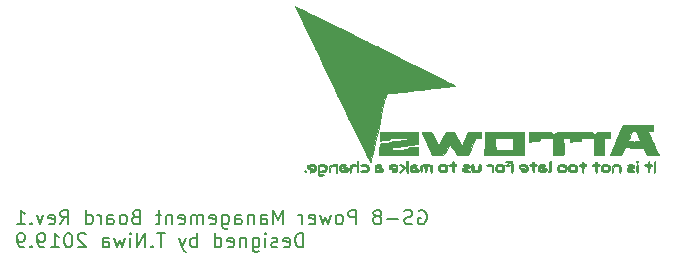
<source format=gbo>
G04 #@! TF.GenerationSoftware,KiCad,Pcbnew,(5.0.2)-1*
G04 #@! TF.CreationDate,2019-10-10T02:45:09+09:00*
G04 #@! TF.ProjectId,PM_Board,504d5f42-6f61-4726-942e-6b696361645f,rev?*
G04 #@! TF.SameCoordinates,Original*
G04 #@! TF.FileFunction,Legend,Bot*
G04 #@! TF.FilePolarity,Positive*
%FSLAX46Y46*%
G04 Gerber Fmt 4.6, Leading zero omitted, Abs format (unit mm)*
G04 Created by KiCad (PCBNEW (5.0.2)-1) date 2019/10/10 2:45:09*
%MOMM*%
%LPD*%
G01*
G04 APERTURE LIST*
%ADD10C,0.150000*%
%ADD11C,0.010000*%
G04 APERTURE END LIST*
D10*
X159826071Y-141175000D02*
X159940357Y-141117857D01*
X160111785Y-141117857D01*
X160283214Y-141175000D01*
X160397500Y-141289285D01*
X160454642Y-141403571D01*
X160511785Y-141632142D01*
X160511785Y-141803571D01*
X160454642Y-142032142D01*
X160397500Y-142146428D01*
X160283214Y-142260714D01*
X160111785Y-142317857D01*
X159997500Y-142317857D01*
X159826071Y-142260714D01*
X159768928Y-142203571D01*
X159768928Y-141803571D01*
X159997500Y-141803571D01*
X159311785Y-142260714D02*
X159140357Y-142317857D01*
X158854642Y-142317857D01*
X158740357Y-142260714D01*
X158683214Y-142203571D01*
X158626071Y-142089285D01*
X158626071Y-141975000D01*
X158683214Y-141860714D01*
X158740357Y-141803571D01*
X158854642Y-141746428D01*
X159083214Y-141689285D01*
X159197500Y-141632142D01*
X159254642Y-141575000D01*
X159311785Y-141460714D01*
X159311785Y-141346428D01*
X159254642Y-141232142D01*
X159197500Y-141175000D01*
X159083214Y-141117857D01*
X158797500Y-141117857D01*
X158626071Y-141175000D01*
X158111785Y-141860714D02*
X157197500Y-141860714D01*
X156454642Y-141632142D02*
X156568928Y-141575000D01*
X156626071Y-141517857D01*
X156683214Y-141403571D01*
X156683214Y-141346428D01*
X156626071Y-141232142D01*
X156568928Y-141175000D01*
X156454642Y-141117857D01*
X156226071Y-141117857D01*
X156111785Y-141175000D01*
X156054642Y-141232142D01*
X155997500Y-141346428D01*
X155997500Y-141403571D01*
X156054642Y-141517857D01*
X156111785Y-141575000D01*
X156226071Y-141632142D01*
X156454642Y-141632142D01*
X156568928Y-141689285D01*
X156626071Y-141746428D01*
X156683214Y-141860714D01*
X156683214Y-142089285D01*
X156626071Y-142203571D01*
X156568928Y-142260714D01*
X156454642Y-142317857D01*
X156226071Y-142317857D01*
X156111785Y-142260714D01*
X156054642Y-142203571D01*
X155997500Y-142089285D01*
X155997500Y-141860714D01*
X156054642Y-141746428D01*
X156111785Y-141689285D01*
X156226071Y-141632142D01*
X154568928Y-142317857D02*
X154568928Y-141117857D01*
X154111785Y-141117857D01*
X153997500Y-141175000D01*
X153940357Y-141232142D01*
X153883214Y-141346428D01*
X153883214Y-141517857D01*
X153940357Y-141632142D01*
X153997500Y-141689285D01*
X154111785Y-141746428D01*
X154568928Y-141746428D01*
X153197500Y-142317857D02*
X153311785Y-142260714D01*
X153368928Y-142203571D01*
X153426071Y-142089285D01*
X153426071Y-141746428D01*
X153368928Y-141632142D01*
X153311785Y-141575000D01*
X153197500Y-141517857D01*
X153026071Y-141517857D01*
X152911785Y-141575000D01*
X152854642Y-141632142D01*
X152797500Y-141746428D01*
X152797500Y-142089285D01*
X152854642Y-142203571D01*
X152911785Y-142260714D01*
X153026071Y-142317857D01*
X153197500Y-142317857D01*
X152397500Y-141517857D02*
X152168928Y-142317857D01*
X151940357Y-141746428D01*
X151711785Y-142317857D01*
X151483214Y-141517857D01*
X150568928Y-142260714D02*
X150683214Y-142317857D01*
X150911785Y-142317857D01*
X151026071Y-142260714D01*
X151083214Y-142146428D01*
X151083214Y-141689285D01*
X151026071Y-141575000D01*
X150911785Y-141517857D01*
X150683214Y-141517857D01*
X150568928Y-141575000D01*
X150511785Y-141689285D01*
X150511785Y-141803571D01*
X151083214Y-141917857D01*
X149997500Y-142317857D02*
X149997500Y-141517857D01*
X149997500Y-141746428D02*
X149940357Y-141632142D01*
X149883214Y-141575000D01*
X149768928Y-141517857D01*
X149654642Y-141517857D01*
X148340357Y-142317857D02*
X148340357Y-141117857D01*
X147940357Y-141975000D01*
X147540357Y-141117857D01*
X147540357Y-142317857D01*
X146454642Y-142317857D02*
X146454642Y-141689285D01*
X146511785Y-141575000D01*
X146626071Y-141517857D01*
X146854642Y-141517857D01*
X146968928Y-141575000D01*
X146454642Y-142260714D02*
X146568928Y-142317857D01*
X146854642Y-142317857D01*
X146968928Y-142260714D01*
X147026071Y-142146428D01*
X147026071Y-142032142D01*
X146968928Y-141917857D01*
X146854642Y-141860714D01*
X146568928Y-141860714D01*
X146454642Y-141803571D01*
X145883214Y-141517857D02*
X145883214Y-142317857D01*
X145883214Y-141632142D02*
X145826071Y-141575000D01*
X145711785Y-141517857D01*
X145540357Y-141517857D01*
X145426071Y-141575000D01*
X145368928Y-141689285D01*
X145368928Y-142317857D01*
X144283214Y-142317857D02*
X144283214Y-141689285D01*
X144340357Y-141575000D01*
X144454642Y-141517857D01*
X144683214Y-141517857D01*
X144797500Y-141575000D01*
X144283214Y-142260714D02*
X144397500Y-142317857D01*
X144683214Y-142317857D01*
X144797500Y-142260714D01*
X144854642Y-142146428D01*
X144854642Y-142032142D01*
X144797500Y-141917857D01*
X144683214Y-141860714D01*
X144397500Y-141860714D01*
X144283214Y-141803571D01*
X143197500Y-141517857D02*
X143197500Y-142489285D01*
X143254642Y-142603571D01*
X143311785Y-142660714D01*
X143426071Y-142717857D01*
X143597500Y-142717857D01*
X143711785Y-142660714D01*
X143197500Y-142260714D02*
X143311785Y-142317857D01*
X143540357Y-142317857D01*
X143654642Y-142260714D01*
X143711785Y-142203571D01*
X143768928Y-142089285D01*
X143768928Y-141746428D01*
X143711785Y-141632142D01*
X143654642Y-141575000D01*
X143540357Y-141517857D01*
X143311785Y-141517857D01*
X143197500Y-141575000D01*
X142168928Y-142260714D02*
X142283214Y-142317857D01*
X142511785Y-142317857D01*
X142626071Y-142260714D01*
X142683214Y-142146428D01*
X142683214Y-141689285D01*
X142626071Y-141575000D01*
X142511785Y-141517857D01*
X142283214Y-141517857D01*
X142168928Y-141575000D01*
X142111785Y-141689285D01*
X142111785Y-141803571D01*
X142683214Y-141917857D01*
X141597500Y-142317857D02*
X141597500Y-141517857D01*
X141597500Y-141632142D02*
X141540357Y-141575000D01*
X141426071Y-141517857D01*
X141254642Y-141517857D01*
X141140357Y-141575000D01*
X141083214Y-141689285D01*
X141083214Y-142317857D01*
X141083214Y-141689285D02*
X141026071Y-141575000D01*
X140911785Y-141517857D01*
X140740357Y-141517857D01*
X140626071Y-141575000D01*
X140568928Y-141689285D01*
X140568928Y-142317857D01*
X139540357Y-142260714D02*
X139654642Y-142317857D01*
X139883214Y-142317857D01*
X139997500Y-142260714D01*
X140054642Y-142146428D01*
X140054642Y-141689285D01*
X139997500Y-141575000D01*
X139883214Y-141517857D01*
X139654642Y-141517857D01*
X139540357Y-141575000D01*
X139483214Y-141689285D01*
X139483214Y-141803571D01*
X140054642Y-141917857D01*
X138968928Y-141517857D02*
X138968928Y-142317857D01*
X138968928Y-141632142D02*
X138911785Y-141575000D01*
X138797500Y-141517857D01*
X138626071Y-141517857D01*
X138511785Y-141575000D01*
X138454642Y-141689285D01*
X138454642Y-142317857D01*
X138054642Y-141517857D02*
X137597500Y-141517857D01*
X137883214Y-141117857D02*
X137883214Y-142146428D01*
X137826071Y-142260714D01*
X137711785Y-142317857D01*
X137597500Y-142317857D01*
X135883214Y-141689285D02*
X135711785Y-141746428D01*
X135654642Y-141803571D01*
X135597500Y-141917857D01*
X135597500Y-142089285D01*
X135654642Y-142203571D01*
X135711785Y-142260714D01*
X135826071Y-142317857D01*
X136283214Y-142317857D01*
X136283214Y-141117857D01*
X135883214Y-141117857D01*
X135768928Y-141175000D01*
X135711785Y-141232142D01*
X135654642Y-141346428D01*
X135654642Y-141460714D01*
X135711785Y-141575000D01*
X135768928Y-141632142D01*
X135883214Y-141689285D01*
X136283214Y-141689285D01*
X134911785Y-142317857D02*
X135026071Y-142260714D01*
X135083214Y-142203571D01*
X135140357Y-142089285D01*
X135140357Y-141746428D01*
X135083214Y-141632142D01*
X135026071Y-141575000D01*
X134911785Y-141517857D01*
X134740357Y-141517857D01*
X134626071Y-141575000D01*
X134568928Y-141632142D01*
X134511785Y-141746428D01*
X134511785Y-142089285D01*
X134568928Y-142203571D01*
X134626071Y-142260714D01*
X134740357Y-142317857D01*
X134911785Y-142317857D01*
X133483214Y-142317857D02*
X133483214Y-141689285D01*
X133540357Y-141575000D01*
X133654642Y-141517857D01*
X133883214Y-141517857D01*
X133997500Y-141575000D01*
X133483214Y-142260714D02*
X133597500Y-142317857D01*
X133883214Y-142317857D01*
X133997500Y-142260714D01*
X134054642Y-142146428D01*
X134054642Y-142032142D01*
X133997500Y-141917857D01*
X133883214Y-141860714D01*
X133597500Y-141860714D01*
X133483214Y-141803571D01*
X132911785Y-142317857D02*
X132911785Y-141517857D01*
X132911785Y-141746428D02*
X132854642Y-141632142D01*
X132797500Y-141575000D01*
X132683214Y-141517857D01*
X132568928Y-141517857D01*
X131654642Y-142317857D02*
X131654642Y-141117857D01*
X131654642Y-142260714D02*
X131768928Y-142317857D01*
X131997500Y-142317857D01*
X132111785Y-142260714D01*
X132168928Y-142203571D01*
X132226071Y-142089285D01*
X132226071Y-141746428D01*
X132168928Y-141632142D01*
X132111785Y-141575000D01*
X131997500Y-141517857D01*
X131768928Y-141517857D01*
X131654642Y-141575000D01*
X129483214Y-142317857D02*
X129883214Y-141746428D01*
X130168928Y-142317857D02*
X130168928Y-141117857D01*
X129711785Y-141117857D01*
X129597500Y-141175000D01*
X129540357Y-141232142D01*
X129483214Y-141346428D01*
X129483214Y-141517857D01*
X129540357Y-141632142D01*
X129597500Y-141689285D01*
X129711785Y-141746428D01*
X130168928Y-141746428D01*
X128511785Y-142260714D02*
X128626071Y-142317857D01*
X128854642Y-142317857D01*
X128968928Y-142260714D01*
X129026071Y-142146428D01*
X129026071Y-141689285D01*
X128968928Y-141575000D01*
X128854642Y-141517857D01*
X128626071Y-141517857D01*
X128511785Y-141575000D01*
X128454642Y-141689285D01*
X128454642Y-141803571D01*
X129026071Y-141917857D01*
X128054642Y-141517857D02*
X127768928Y-142317857D01*
X127483214Y-141517857D01*
X127026071Y-142203571D02*
X126968928Y-142260714D01*
X127026071Y-142317857D01*
X127083214Y-142260714D01*
X127026071Y-142203571D01*
X127026071Y-142317857D01*
X125826071Y-142317857D02*
X126511785Y-142317857D01*
X126168928Y-142317857D02*
X126168928Y-141117857D01*
X126283214Y-141289285D01*
X126397500Y-141403571D01*
X126511785Y-141460714D01*
X150054642Y-144267857D02*
X150054642Y-143067857D01*
X149768928Y-143067857D01*
X149597500Y-143125000D01*
X149483214Y-143239285D01*
X149426071Y-143353571D01*
X149368928Y-143582142D01*
X149368928Y-143753571D01*
X149426071Y-143982142D01*
X149483214Y-144096428D01*
X149597500Y-144210714D01*
X149768928Y-144267857D01*
X150054642Y-144267857D01*
X148397500Y-144210714D02*
X148511785Y-144267857D01*
X148740357Y-144267857D01*
X148854642Y-144210714D01*
X148911785Y-144096428D01*
X148911785Y-143639285D01*
X148854642Y-143525000D01*
X148740357Y-143467857D01*
X148511785Y-143467857D01*
X148397500Y-143525000D01*
X148340357Y-143639285D01*
X148340357Y-143753571D01*
X148911785Y-143867857D01*
X147883214Y-144210714D02*
X147768928Y-144267857D01*
X147540357Y-144267857D01*
X147426071Y-144210714D01*
X147368928Y-144096428D01*
X147368928Y-144039285D01*
X147426071Y-143925000D01*
X147540357Y-143867857D01*
X147711785Y-143867857D01*
X147826071Y-143810714D01*
X147883214Y-143696428D01*
X147883214Y-143639285D01*
X147826071Y-143525000D01*
X147711785Y-143467857D01*
X147540357Y-143467857D01*
X147426071Y-143525000D01*
X146854642Y-144267857D02*
X146854642Y-143467857D01*
X146854642Y-143067857D02*
X146911785Y-143125000D01*
X146854642Y-143182142D01*
X146797500Y-143125000D01*
X146854642Y-143067857D01*
X146854642Y-143182142D01*
X145768928Y-143467857D02*
X145768928Y-144439285D01*
X145826071Y-144553571D01*
X145883214Y-144610714D01*
X145997500Y-144667857D01*
X146168928Y-144667857D01*
X146283214Y-144610714D01*
X145768928Y-144210714D02*
X145883214Y-144267857D01*
X146111785Y-144267857D01*
X146226071Y-144210714D01*
X146283214Y-144153571D01*
X146340357Y-144039285D01*
X146340357Y-143696428D01*
X146283214Y-143582142D01*
X146226071Y-143525000D01*
X146111785Y-143467857D01*
X145883214Y-143467857D01*
X145768928Y-143525000D01*
X145197500Y-143467857D02*
X145197500Y-144267857D01*
X145197500Y-143582142D02*
X145140357Y-143525000D01*
X145026071Y-143467857D01*
X144854642Y-143467857D01*
X144740357Y-143525000D01*
X144683214Y-143639285D01*
X144683214Y-144267857D01*
X143654642Y-144210714D02*
X143768928Y-144267857D01*
X143997500Y-144267857D01*
X144111785Y-144210714D01*
X144168928Y-144096428D01*
X144168928Y-143639285D01*
X144111785Y-143525000D01*
X143997500Y-143467857D01*
X143768928Y-143467857D01*
X143654642Y-143525000D01*
X143597500Y-143639285D01*
X143597500Y-143753571D01*
X144168928Y-143867857D01*
X142568928Y-144267857D02*
X142568928Y-143067857D01*
X142568928Y-144210714D02*
X142683214Y-144267857D01*
X142911785Y-144267857D01*
X143026071Y-144210714D01*
X143083214Y-144153571D01*
X143140357Y-144039285D01*
X143140357Y-143696428D01*
X143083214Y-143582142D01*
X143026071Y-143525000D01*
X142911785Y-143467857D01*
X142683214Y-143467857D01*
X142568928Y-143525000D01*
X141083214Y-144267857D02*
X141083214Y-143067857D01*
X141083214Y-143525000D02*
X140968928Y-143467857D01*
X140740357Y-143467857D01*
X140626071Y-143525000D01*
X140568928Y-143582142D01*
X140511785Y-143696428D01*
X140511785Y-144039285D01*
X140568928Y-144153571D01*
X140626071Y-144210714D01*
X140740357Y-144267857D01*
X140968928Y-144267857D01*
X141083214Y-144210714D01*
X140111785Y-143467857D02*
X139826071Y-144267857D01*
X139540357Y-143467857D02*
X139826071Y-144267857D01*
X139940357Y-144553571D01*
X139997500Y-144610714D01*
X140111785Y-144667857D01*
X138340357Y-143067857D02*
X137654642Y-143067857D01*
X137997500Y-144267857D02*
X137997500Y-143067857D01*
X137254642Y-144153571D02*
X137197500Y-144210714D01*
X137254642Y-144267857D01*
X137311785Y-144210714D01*
X137254642Y-144153571D01*
X137254642Y-144267857D01*
X136683214Y-144267857D02*
X136683214Y-143067857D01*
X135997500Y-144267857D01*
X135997500Y-143067857D01*
X135426071Y-144267857D02*
X135426071Y-143467857D01*
X135426071Y-143067857D02*
X135483214Y-143125000D01*
X135426071Y-143182142D01*
X135368928Y-143125000D01*
X135426071Y-143067857D01*
X135426071Y-143182142D01*
X134968928Y-143467857D02*
X134740357Y-144267857D01*
X134511785Y-143696428D01*
X134283214Y-144267857D01*
X134054642Y-143467857D01*
X133083214Y-144267857D02*
X133083214Y-143639285D01*
X133140357Y-143525000D01*
X133254642Y-143467857D01*
X133483214Y-143467857D01*
X133597500Y-143525000D01*
X133083214Y-144210714D02*
X133197500Y-144267857D01*
X133483214Y-144267857D01*
X133597500Y-144210714D01*
X133654642Y-144096428D01*
X133654642Y-143982142D01*
X133597500Y-143867857D01*
X133483214Y-143810714D01*
X133197500Y-143810714D01*
X133083214Y-143753571D01*
X131654642Y-143182142D02*
X131597500Y-143125000D01*
X131483214Y-143067857D01*
X131197500Y-143067857D01*
X131083214Y-143125000D01*
X131026071Y-143182142D01*
X130968928Y-143296428D01*
X130968928Y-143410714D01*
X131026071Y-143582142D01*
X131711785Y-144267857D01*
X130968928Y-144267857D01*
X130226071Y-143067857D02*
X130111785Y-143067857D01*
X129997500Y-143125000D01*
X129940357Y-143182142D01*
X129883214Y-143296428D01*
X129826071Y-143525000D01*
X129826071Y-143810714D01*
X129883214Y-144039285D01*
X129940357Y-144153571D01*
X129997500Y-144210714D01*
X130111785Y-144267857D01*
X130226071Y-144267857D01*
X130340357Y-144210714D01*
X130397500Y-144153571D01*
X130454642Y-144039285D01*
X130511785Y-143810714D01*
X130511785Y-143525000D01*
X130454642Y-143296428D01*
X130397500Y-143182142D01*
X130340357Y-143125000D01*
X130226071Y-143067857D01*
X128683214Y-144267857D02*
X129368928Y-144267857D01*
X129026071Y-144267857D02*
X129026071Y-143067857D01*
X129140357Y-143239285D01*
X129254642Y-143353571D01*
X129368928Y-143410714D01*
X128111785Y-144267857D02*
X127883214Y-144267857D01*
X127768928Y-144210714D01*
X127711785Y-144153571D01*
X127597500Y-143982142D01*
X127540357Y-143753571D01*
X127540357Y-143296428D01*
X127597500Y-143182142D01*
X127654642Y-143125000D01*
X127768928Y-143067857D01*
X127997500Y-143067857D01*
X128111785Y-143125000D01*
X128168928Y-143182142D01*
X128226071Y-143296428D01*
X128226071Y-143582142D01*
X128168928Y-143696428D01*
X128111785Y-143753571D01*
X127997500Y-143810714D01*
X127768928Y-143810714D01*
X127654642Y-143753571D01*
X127597500Y-143696428D01*
X127540357Y-143582142D01*
X127026071Y-144153571D02*
X126968928Y-144210714D01*
X127026071Y-144267857D01*
X127083214Y-144210714D01*
X127026071Y-144153571D01*
X127026071Y-144267857D01*
X126397500Y-144267857D02*
X126168928Y-144267857D01*
X126054642Y-144210714D01*
X125997500Y-144153571D01*
X125883214Y-143982142D01*
X125826071Y-143753571D01*
X125826071Y-143296428D01*
X125883214Y-143182142D01*
X125940357Y-143125000D01*
X126054642Y-143067857D01*
X126283214Y-143067857D01*
X126397500Y-143125000D01*
X126454642Y-143182142D01*
X126511785Y-143296428D01*
X126511785Y-143582142D01*
X126454642Y-143696428D01*
X126397500Y-143753571D01*
X126283214Y-143810714D01*
X126054642Y-143810714D01*
X125940357Y-143753571D01*
X125883214Y-143696428D01*
X125826071Y-143582142D01*
D11*
G04 #@! TO.C,G\002A\002A\002A*
G36*
X156545800Y-135241800D02*
X156774400Y-135228585D01*
X157071067Y-135205874D01*
X157274486Y-135176564D01*
X157392897Y-135138878D01*
X157434537Y-135091043D01*
X157434800Y-135086287D01*
X157450917Y-135057071D01*
X157508553Y-135036551D01*
X157621640Y-135023344D01*
X157804109Y-135016067D01*
X158069890Y-135013338D01*
X158171400Y-135013200D01*
X158493497Y-135016734D01*
X158720252Y-135028038D01*
X158857700Y-135048167D01*
X158911879Y-135078172D01*
X158888823Y-135119108D01*
X158866447Y-135134485D01*
X158805930Y-135148952D01*
X158660010Y-135174976D01*
X158443914Y-135210110D01*
X158172869Y-135251907D01*
X157862102Y-135297921D01*
X157736147Y-135316092D01*
X157412581Y-135363051D01*
X157121346Y-135406493D01*
X156878068Y-135443991D01*
X156698371Y-135473120D01*
X156597881Y-135491453D01*
X156583900Y-135495014D01*
X156550747Y-135546217D01*
X156530189Y-135677027D01*
X156521090Y-135896517D01*
X156520400Y-136002205D01*
X156520400Y-136486400D01*
X158137534Y-136486400D01*
X158533170Y-136485373D01*
X158895867Y-136482463D01*
X159213233Y-136477924D01*
X159472875Y-136472010D01*
X159662399Y-136464975D01*
X159769414Y-136457073D01*
X159788534Y-136452533D01*
X159806162Y-136387568D01*
X159818410Y-136251969D01*
X159822400Y-136096933D01*
X159822400Y-135775200D01*
X159581100Y-135778965D01*
X159297329Y-135792980D01*
X159078397Y-135823591D01*
X158936225Y-135868261D01*
X158882733Y-135924453D01*
X158882600Y-135927600D01*
X158835587Y-135962940D01*
X158709234Y-135991074D01*
X158525572Y-136011621D01*
X158306632Y-136024203D01*
X158074444Y-136028439D01*
X157851039Y-136023949D01*
X157658448Y-136010354D01*
X157518701Y-135987273D01*
X157453830Y-135954327D01*
X157452883Y-135952249D01*
X157435873Y-135873481D01*
X157441225Y-135853496D01*
X157494743Y-135841152D01*
X157634578Y-135816799D01*
X157846456Y-135782701D01*
X158116102Y-135741122D01*
X158429239Y-135694326D01*
X158628600Y-135665187D01*
X159797000Y-135495800D01*
X159797000Y-134530600D01*
X156545800Y-134530600D01*
X156545800Y-135241800D01*
X156545800Y-135241800D01*
G37*
X156545800Y-135241800D02*
X156774400Y-135228585D01*
X157071067Y-135205874D01*
X157274486Y-135176564D01*
X157392897Y-135138878D01*
X157434537Y-135091043D01*
X157434800Y-135086287D01*
X157450917Y-135057071D01*
X157508553Y-135036551D01*
X157621640Y-135023344D01*
X157804109Y-135016067D01*
X158069890Y-135013338D01*
X158171400Y-135013200D01*
X158493497Y-135016734D01*
X158720252Y-135028038D01*
X158857700Y-135048167D01*
X158911879Y-135078172D01*
X158888823Y-135119108D01*
X158866447Y-135134485D01*
X158805930Y-135148952D01*
X158660010Y-135174976D01*
X158443914Y-135210110D01*
X158172869Y-135251907D01*
X157862102Y-135297921D01*
X157736147Y-135316092D01*
X157412581Y-135363051D01*
X157121346Y-135406493D01*
X156878068Y-135443991D01*
X156698371Y-135473120D01*
X156597881Y-135491453D01*
X156583900Y-135495014D01*
X156550747Y-135546217D01*
X156530189Y-135677027D01*
X156521090Y-135896517D01*
X156520400Y-136002205D01*
X156520400Y-136486400D01*
X158137534Y-136486400D01*
X158533170Y-136485373D01*
X158895867Y-136482463D01*
X159213233Y-136477924D01*
X159472875Y-136472010D01*
X159662399Y-136464975D01*
X159769414Y-136457073D01*
X159788534Y-136452533D01*
X159806162Y-136387568D01*
X159818410Y-136251969D01*
X159822400Y-136096933D01*
X159822400Y-135775200D01*
X159581100Y-135778965D01*
X159297329Y-135792980D01*
X159078397Y-135823591D01*
X158936225Y-135868261D01*
X158882733Y-135924453D01*
X158882600Y-135927600D01*
X158835587Y-135962940D01*
X158709234Y-135991074D01*
X158525572Y-136011621D01*
X158306632Y-136024203D01*
X158074444Y-136028439D01*
X157851039Y-136023949D01*
X157658448Y-136010354D01*
X157518701Y-135987273D01*
X157453830Y-135954327D01*
X157452883Y-135952249D01*
X157435873Y-135873481D01*
X157441225Y-135853496D01*
X157494743Y-135841152D01*
X157634578Y-135816799D01*
X157846456Y-135782701D01*
X158116102Y-135741122D01*
X158429239Y-135694326D01*
X158628600Y-135665187D01*
X159797000Y-135495800D01*
X159797000Y-134530600D01*
X156545800Y-134530600D01*
X156545800Y-135241800D01*
G36*
X161855127Y-135088084D02*
X161733146Y-135301596D01*
X161626612Y-135474432D01*
X161545486Y-135591422D01*
X161499728Y-135637397D01*
X161495201Y-135636275D01*
X161460476Y-135576140D01*
X161394928Y-135444560D01*
X161308986Y-135262935D01*
X161241062Y-135114800D01*
X161145332Y-134907182D01*
X161060923Y-134731047D01*
X160998947Y-134609207D01*
X160975058Y-134568700D01*
X160909888Y-134541489D01*
X160778604Y-134520910D01*
X160609675Y-134507816D01*
X160431572Y-134503058D01*
X160272764Y-134507488D01*
X160161724Y-134521958D01*
X160126131Y-134543300D01*
X160146203Y-134598911D01*
X160202872Y-134732326D01*
X160289810Y-134929257D01*
X160400692Y-135175419D01*
X160529190Y-135456527D01*
X160564853Y-135533900D01*
X161004644Y-136486400D01*
X161467622Y-136486386D01*
X161930600Y-136486373D01*
X162202101Y-136003786D01*
X162313352Y-135808730D01*
X162405929Y-135651467D01*
X162469018Y-135550044D01*
X162491237Y-135521200D01*
X162522446Y-135562177D01*
X162593562Y-135673278D01*
X162693492Y-135836755D01*
X162792899Y-136003800D01*
X163076924Y-136486400D01*
X163993968Y-136486400D01*
X164260694Y-135914900D01*
X164370489Y-135677858D01*
X164470309Y-135459110D01*
X164548912Y-135283497D01*
X164594073Y-135178300D01*
X164646249Y-135074308D01*
X164715330Y-135026507D01*
X164838759Y-135013515D01*
X164883164Y-135013200D01*
X165105600Y-135013200D01*
X165105600Y-134501762D01*
X164563389Y-134516181D01*
X164021177Y-134530600D01*
X163765855Y-135102126D01*
X163665963Y-135316495D01*
X163578124Y-135487914D01*
X163511310Y-135600045D01*
X163474493Y-135636553D01*
X163472913Y-135635526D01*
X163434743Y-135578380D01*
X163358724Y-135451082D01*
X163255911Y-135272537D01*
X163138667Y-135064000D01*
X162842043Y-134530600D01*
X162510733Y-134515809D01*
X162179422Y-134501018D01*
X161855127Y-135088084D01*
X161855127Y-135088084D01*
G37*
X161855127Y-135088084D02*
X161733146Y-135301596D01*
X161626612Y-135474432D01*
X161545486Y-135591422D01*
X161499728Y-135637397D01*
X161495201Y-135636275D01*
X161460476Y-135576140D01*
X161394928Y-135444560D01*
X161308986Y-135262935D01*
X161241062Y-135114800D01*
X161145332Y-134907182D01*
X161060923Y-134731047D01*
X160998947Y-134609207D01*
X160975058Y-134568700D01*
X160909888Y-134541489D01*
X160778604Y-134520910D01*
X160609675Y-134507816D01*
X160431572Y-134503058D01*
X160272764Y-134507488D01*
X160161724Y-134521958D01*
X160126131Y-134543300D01*
X160146203Y-134598911D01*
X160202872Y-134732326D01*
X160289810Y-134929257D01*
X160400692Y-135175419D01*
X160529190Y-135456527D01*
X160564853Y-135533900D01*
X161004644Y-136486400D01*
X161467622Y-136486386D01*
X161930600Y-136486373D01*
X162202101Y-136003786D01*
X162313352Y-135808730D01*
X162405929Y-135651467D01*
X162469018Y-135550044D01*
X162491237Y-135521200D01*
X162522446Y-135562177D01*
X162593562Y-135673278D01*
X162693492Y-135836755D01*
X162792899Y-136003800D01*
X163076924Y-136486400D01*
X163993968Y-136486400D01*
X164260694Y-135914900D01*
X164370489Y-135677858D01*
X164470309Y-135459110D01*
X164548912Y-135283497D01*
X164594073Y-135178300D01*
X164646249Y-135074308D01*
X164715330Y-135026507D01*
X164838759Y-135013515D01*
X164883164Y-135013200D01*
X165105600Y-135013200D01*
X165105600Y-134501762D01*
X164563389Y-134516181D01*
X164021177Y-134530600D01*
X163765855Y-135102126D01*
X163665963Y-135316495D01*
X163578124Y-135487914D01*
X163511310Y-135600045D01*
X163474493Y-135636553D01*
X163472913Y-135635526D01*
X163434743Y-135578380D01*
X163358724Y-135451082D01*
X163255911Y-135272537D01*
X163138667Y-135064000D01*
X162842043Y-134530600D01*
X162510733Y-134515809D01*
X162179422Y-134501018D01*
X161855127Y-135088084D01*
G36*
X167099500Y-134517205D02*
X165435800Y-134530600D01*
X165422004Y-135508500D01*
X165408207Y-136486400D01*
X168763200Y-136486400D01*
X168763200Y-135013200D01*
X167848800Y-135013200D01*
X167848800Y-135487333D01*
X167845249Y-135697824D01*
X167835722Y-135868516D01*
X167821915Y-135974896D01*
X167813599Y-135996668D01*
X167752642Y-136008409D01*
X167609472Y-136016461D01*
X167403425Y-136020278D01*
X167153838Y-136019313D01*
X167064299Y-136017835D01*
X166350200Y-136003800D01*
X166335661Y-135508500D01*
X166321121Y-135013200D01*
X167848800Y-135013200D01*
X168763200Y-135013200D01*
X168763200Y-134503811D01*
X167099500Y-134517205D01*
X167099500Y-134517205D01*
G37*
X167099500Y-134517205D02*
X165435800Y-134530600D01*
X165422004Y-135508500D01*
X165408207Y-136486400D01*
X168763200Y-136486400D01*
X168763200Y-135013200D01*
X167848800Y-135013200D01*
X167848800Y-135487333D01*
X167845249Y-135697824D01*
X167835722Y-135868516D01*
X167821915Y-135974896D01*
X167813599Y-135996668D01*
X167752642Y-136008409D01*
X167609472Y-136016461D01*
X167403425Y-136020278D01*
X167153838Y-136019313D01*
X167064299Y-136017835D01*
X166350200Y-136003800D01*
X166335661Y-135508500D01*
X166321121Y-135013200D01*
X167848800Y-135013200D01*
X168763200Y-135013200D01*
X168763200Y-134503811D01*
X167099500Y-134517205D01*
G36*
X169220400Y-135324982D02*
X169639500Y-135289611D01*
X169866410Y-135269207D01*
X170010698Y-135249852D01*
X170091044Y-135224837D01*
X170126130Y-135187457D01*
X170134637Y-135131006D01*
X170134800Y-135111801D01*
X170142171Y-135067770D01*
X170176219Y-135039208D01*
X170254854Y-135022804D01*
X170395981Y-135015248D01*
X170617509Y-135013230D01*
X170668200Y-135013200D01*
X171201600Y-135013200D01*
X171201600Y-136486400D01*
X171634995Y-136486400D01*
X171865759Y-136481431D01*
X172009969Y-136465049D01*
X172082252Y-136435041D01*
X172095108Y-136416770D01*
X172103979Y-136341932D01*
X172109155Y-136187048D01*
X172110310Y-135973617D01*
X172107119Y-135723139D01*
X172106214Y-135682346D01*
X172090600Y-135017550D01*
X172547800Y-134987800D01*
X172547800Y-134530600D01*
X172019654Y-134516040D01*
X171778863Y-134511161D01*
X171616835Y-134514675D01*
X171510854Y-134530010D01*
X171438204Y-134560594D01*
X171376170Y-134609856D01*
X171371954Y-134613795D01*
X171252400Y-134726110D01*
X171134826Y-134615655D01*
X171087290Y-134575931D01*
X171031446Y-134547065D01*
X170951420Y-134527332D01*
X170831335Y-134515006D01*
X170655315Y-134508360D01*
X170407482Y-134505668D01*
X170118826Y-134505200D01*
X169220400Y-134505200D01*
X169220400Y-135324982D01*
X169220400Y-135324982D01*
G37*
X169220400Y-135324982D02*
X169639500Y-135289611D01*
X169866410Y-135269207D01*
X170010698Y-135249852D01*
X170091044Y-135224837D01*
X170126130Y-135187457D01*
X170134637Y-135131006D01*
X170134800Y-135111801D01*
X170142171Y-135067770D01*
X170176219Y-135039208D01*
X170254854Y-135022804D01*
X170395981Y-135015248D01*
X170617509Y-135013230D01*
X170668200Y-135013200D01*
X171201600Y-135013200D01*
X171201600Y-136486400D01*
X171634995Y-136486400D01*
X171865759Y-136481431D01*
X172009969Y-136465049D01*
X172082252Y-136435041D01*
X172095108Y-136416770D01*
X172103979Y-136341932D01*
X172109155Y-136187048D01*
X172110310Y-135973617D01*
X172107119Y-135723139D01*
X172106214Y-135682346D01*
X172090600Y-135017550D01*
X172547800Y-134987800D01*
X172547800Y-134530600D01*
X172019654Y-134516040D01*
X171778863Y-134511161D01*
X171616835Y-134514675D01*
X171510854Y-134530010D01*
X171438204Y-134560594D01*
X171376170Y-134609856D01*
X171371954Y-134613795D01*
X171252400Y-134726110D01*
X171134826Y-134615655D01*
X171087290Y-134575931D01*
X171031446Y-134547065D01*
X170951420Y-134527332D01*
X170831335Y-134515006D01*
X170655315Y-134508360D01*
X170407482Y-134505668D01*
X170118826Y-134505200D01*
X169220400Y-134505200D01*
X169220400Y-135324982D01*
G36*
X175227489Y-134507271D02*
X175059043Y-134515650D01*
X174950519Y-134533586D01*
X174881101Y-134564329D01*
X174835125Y-134605336D01*
X174768072Y-134670913D01*
X174713270Y-134673350D01*
X174626501Y-134612647D01*
X174617201Y-134605336D01*
X174563324Y-134569218D01*
X174496729Y-134542943D01*
X174401494Y-134524971D01*
X174261695Y-134513760D01*
X174061410Y-134507770D01*
X173784715Y-134505460D01*
X173582350Y-134505200D01*
X172674800Y-134505200D01*
X172674800Y-135332473D01*
X172987052Y-135299836D01*
X173181090Y-135282027D01*
X173355540Y-135270172D01*
X173444252Y-135267200D01*
X173549694Y-135251806D01*
X173586678Y-135187650D01*
X173589200Y-135140200D01*
X173589200Y-135013200D01*
X174656000Y-135013200D01*
X174656000Y-136486400D01*
X175570400Y-136486400D01*
X175570400Y-135013200D01*
X176027600Y-135013200D01*
X176027600Y-134505200D01*
X175476674Y-134505200D01*
X175227489Y-134507271D01*
X175227489Y-134507271D01*
G37*
X175227489Y-134507271D02*
X175059043Y-134515650D01*
X174950519Y-134533586D01*
X174881101Y-134564329D01*
X174835125Y-134605336D01*
X174768072Y-134670913D01*
X174713270Y-134673350D01*
X174626501Y-134612647D01*
X174617201Y-134605336D01*
X174563324Y-134569218D01*
X174496729Y-134542943D01*
X174401494Y-134524971D01*
X174261695Y-134513760D01*
X174061410Y-134507770D01*
X173784715Y-134505460D01*
X173582350Y-134505200D01*
X172674800Y-134505200D01*
X172674800Y-135332473D01*
X172987052Y-135299836D01*
X173181090Y-135282027D01*
X173355540Y-135270172D01*
X173444252Y-135267200D01*
X173549694Y-135251806D01*
X173586678Y-135187650D01*
X173589200Y-135140200D01*
X173589200Y-135013200D01*
X174656000Y-135013200D01*
X174656000Y-136486400D01*
X175570400Y-136486400D01*
X175570400Y-135013200D01*
X176027600Y-135013200D01*
X176027600Y-134505200D01*
X175476674Y-134505200D01*
X175227489Y-134507271D01*
G36*
X178411190Y-133907427D02*
X177137180Y-133921000D01*
X176582390Y-135190834D01*
X176436800Y-135524521D01*
X176305494Y-135826338D01*
X176193701Y-136084195D01*
X176106649Y-136286005D01*
X176049566Y-136419680D01*
X176027680Y-136473132D01*
X176027600Y-136473534D01*
X176074734Y-136479046D01*
X176201473Y-136483378D01*
X176385825Y-136485947D01*
X176513386Y-136486400D01*
X176999172Y-136486400D01*
X177149475Y-136154915D01*
X177299777Y-135823431D01*
X178090287Y-135837415D01*
X178880798Y-135851400D01*
X179016299Y-136168292D01*
X179151800Y-136485185D01*
X179647782Y-136485792D01*
X180143764Y-136486400D01*
X180073090Y-136321300D01*
X180029765Y-136221054D01*
X179953981Y-136046692D01*
X179854000Y-135817182D01*
X179738083Y-135551490D01*
X179640608Y-135328336D01*
X179623458Y-135288710D01*
X178618400Y-135288710D01*
X178571102Y-135300734D01*
X178443198Y-135310365D01*
X178255674Y-135316453D01*
X178085000Y-135318000D01*
X177866044Y-135313875D01*
X177690643Y-135302722D01*
X177579782Y-135286369D01*
X177551600Y-135271481D01*
X177571304Y-135206939D01*
X177623955Y-135074101D01*
X177699870Y-134896895D01*
X177736683Y-134814281D01*
X177827413Y-134617831D01*
X177893453Y-134496637D01*
X177950206Y-134432603D01*
X178013076Y-134407632D01*
X178086254Y-134403600D01*
X178165975Y-134408635D01*
X178225937Y-134435681D01*
X178280719Y-134502649D01*
X178344901Y-134627450D01*
X178433063Y-134827996D01*
X178434572Y-134831510D01*
X178515328Y-135022487D01*
X178578016Y-135176440D01*
X178613599Y-135270889D01*
X178618400Y-135288710D01*
X179623458Y-135288710D01*
X179523769Y-135058386D01*
X179422637Y-134819747D01*
X179343776Y-134628320D01*
X179293753Y-134500007D01*
X179278801Y-134452036D01*
X179323874Y-134421703D01*
X179436470Y-134404834D01*
X179482000Y-134403600D01*
X179685200Y-134403600D01*
X179685200Y-133893855D01*
X178411190Y-133907427D01*
X178411190Y-133907427D01*
G37*
X178411190Y-133907427D02*
X177137180Y-133921000D01*
X176582390Y-135190834D01*
X176436800Y-135524521D01*
X176305494Y-135826338D01*
X176193701Y-136084195D01*
X176106649Y-136286005D01*
X176049566Y-136419680D01*
X176027680Y-136473132D01*
X176027600Y-136473534D01*
X176074734Y-136479046D01*
X176201473Y-136483378D01*
X176385825Y-136485947D01*
X176513386Y-136486400D01*
X176999172Y-136486400D01*
X177149475Y-136154915D01*
X177299777Y-135823431D01*
X178090287Y-135837415D01*
X178880798Y-135851400D01*
X179016299Y-136168292D01*
X179151800Y-136485185D01*
X179647782Y-136485792D01*
X180143764Y-136486400D01*
X180073090Y-136321300D01*
X180029765Y-136221054D01*
X179953981Y-136046692D01*
X179854000Y-135817182D01*
X179738083Y-135551490D01*
X179640608Y-135328336D01*
X179623458Y-135288710D01*
X178618400Y-135288710D01*
X178571102Y-135300734D01*
X178443198Y-135310365D01*
X178255674Y-135316453D01*
X178085000Y-135318000D01*
X177866044Y-135313875D01*
X177690643Y-135302722D01*
X177579782Y-135286369D01*
X177551600Y-135271481D01*
X177571304Y-135206939D01*
X177623955Y-135074101D01*
X177699870Y-134896895D01*
X177736683Y-134814281D01*
X177827413Y-134617831D01*
X177893453Y-134496637D01*
X177950206Y-134432603D01*
X178013076Y-134407632D01*
X178086254Y-134403600D01*
X178165975Y-134408635D01*
X178225937Y-134435681D01*
X178280719Y-134502649D01*
X178344901Y-134627450D01*
X178433063Y-134827996D01*
X178434572Y-134831510D01*
X178515328Y-135022487D01*
X178578016Y-135176440D01*
X178613599Y-135270889D01*
X178618400Y-135288710D01*
X179623458Y-135288710D01*
X179523769Y-135058386D01*
X179422637Y-134819747D01*
X179343776Y-134628320D01*
X179293753Y-134500007D01*
X179278801Y-134452036D01*
X179323874Y-134421703D01*
X179436470Y-134404834D01*
X179482000Y-134403600D01*
X179685200Y-134403600D01*
X179685200Y-133893855D01*
X178411190Y-133907427D01*
G36*
X149386257Y-123908719D02*
X149447500Y-124040260D01*
X149546970Y-124250828D01*
X149681669Y-124534199D01*
X149848602Y-124884153D01*
X150044770Y-125294466D01*
X150267177Y-125758917D01*
X150512825Y-126271283D01*
X150778716Y-126825341D01*
X151061854Y-127414870D01*
X151359242Y-128033646D01*
X151667882Y-128675448D01*
X151984776Y-129334054D01*
X152306929Y-130003240D01*
X152631342Y-130676785D01*
X152955018Y-131348466D01*
X153274960Y-132012061D01*
X153588171Y-132661348D01*
X153891654Y-133290104D01*
X154182411Y-133892107D01*
X154457445Y-134461135D01*
X154713759Y-134990965D01*
X154948355Y-135475375D01*
X155158237Y-135908142D01*
X155340408Y-136283045D01*
X155491869Y-136593861D01*
X155609623Y-136834367D01*
X155690675Y-136998342D01*
X155732025Y-137079563D01*
X155736435Y-137087128D01*
X155758939Y-137060948D01*
X155777390Y-137010928D01*
X155793505Y-136945338D01*
X155829751Y-136789815D01*
X155884036Y-136553566D01*
X155954267Y-136245796D01*
X156038351Y-135875712D01*
X156134196Y-135452520D01*
X156239708Y-134985426D01*
X156352795Y-134483638D01*
X156437242Y-134108219D01*
X156553954Y-133590013D01*
X156664298Y-133102131D01*
X156766230Y-132653463D01*
X156857709Y-132252901D01*
X156936693Y-131909335D01*
X157001140Y-131631655D01*
X157049008Y-131428753D01*
X157078255Y-131309520D01*
X157086714Y-131280375D01*
X157139044Y-131271434D01*
X157283314Y-131252043D01*
X157510522Y-131223293D01*
X157811667Y-131186271D01*
X158177745Y-131142067D01*
X158599756Y-131091768D01*
X159068695Y-131036465D01*
X159575562Y-130977246D01*
X159995447Y-130928576D01*
X160525714Y-130867103D01*
X161025048Y-130808792D01*
X161484459Y-130754721D01*
X161894959Y-130705968D01*
X162247560Y-130663611D01*
X162533274Y-130628729D01*
X162743113Y-130602400D01*
X162868087Y-130585703D01*
X162900899Y-130580034D01*
X162857926Y-130556166D01*
X162728926Y-130489625D01*
X162518882Y-130382903D01*
X162232775Y-130238493D01*
X161875589Y-130058887D01*
X161452306Y-129846578D01*
X160967909Y-129604057D01*
X160427378Y-129333817D01*
X159835698Y-129038351D01*
X159197850Y-128720150D01*
X158518817Y-128381708D01*
X157803581Y-128025516D01*
X157057125Y-127654066D01*
X156284430Y-127269852D01*
X156151177Y-127203623D01*
X155374117Y-126817635D01*
X154622016Y-126444444D01*
X153899884Y-126086517D01*
X153212736Y-125746323D01*
X152565581Y-125426330D01*
X151963433Y-125129005D01*
X151411302Y-124856818D01*
X150914201Y-124612235D01*
X150477143Y-124397725D01*
X150105137Y-124215756D01*
X149803198Y-124068796D01*
X149576336Y-123959314D01*
X149429563Y-123889776D01*
X149367891Y-123862652D01*
X149366239Y-123862427D01*
X149386257Y-123908719D01*
X149386257Y-123908719D01*
G37*
X149386257Y-123908719D02*
X149447500Y-124040260D01*
X149546970Y-124250828D01*
X149681669Y-124534199D01*
X149848602Y-124884153D01*
X150044770Y-125294466D01*
X150267177Y-125758917D01*
X150512825Y-126271283D01*
X150778716Y-126825341D01*
X151061854Y-127414870D01*
X151359242Y-128033646D01*
X151667882Y-128675448D01*
X151984776Y-129334054D01*
X152306929Y-130003240D01*
X152631342Y-130676785D01*
X152955018Y-131348466D01*
X153274960Y-132012061D01*
X153588171Y-132661348D01*
X153891654Y-133290104D01*
X154182411Y-133892107D01*
X154457445Y-134461135D01*
X154713759Y-134990965D01*
X154948355Y-135475375D01*
X155158237Y-135908142D01*
X155340408Y-136283045D01*
X155491869Y-136593861D01*
X155609623Y-136834367D01*
X155690675Y-136998342D01*
X155732025Y-137079563D01*
X155736435Y-137087128D01*
X155758939Y-137060948D01*
X155777390Y-137010928D01*
X155793505Y-136945338D01*
X155829751Y-136789815D01*
X155884036Y-136553566D01*
X155954267Y-136245796D01*
X156038351Y-135875712D01*
X156134196Y-135452520D01*
X156239708Y-134985426D01*
X156352795Y-134483638D01*
X156437242Y-134108219D01*
X156553954Y-133590013D01*
X156664298Y-133102131D01*
X156766230Y-132653463D01*
X156857709Y-132252901D01*
X156936693Y-131909335D01*
X157001140Y-131631655D01*
X157049008Y-131428753D01*
X157078255Y-131309520D01*
X157086714Y-131280375D01*
X157139044Y-131271434D01*
X157283314Y-131252043D01*
X157510522Y-131223293D01*
X157811667Y-131186271D01*
X158177745Y-131142067D01*
X158599756Y-131091768D01*
X159068695Y-131036465D01*
X159575562Y-130977246D01*
X159995447Y-130928576D01*
X160525714Y-130867103D01*
X161025048Y-130808792D01*
X161484459Y-130754721D01*
X161894959Y-130705968D01*
X162247560Y-130663611D01*
X162533274Y-130628729D01*
X162743113Y-130602400D01*
X162868087Y-130585703D01*
X162900899Y-130580034D01*
X162857926Y-130556166D01*
X162728926Y-130489625D01*
X162518882Y-130382903D01*
X162232775Y-130238493D01*
X161875589Y-130058887D01*
X161452306Y-129846578D01*
X160967909Y-129604057D01*
X160427378Y-129333817D01*
X159835698Y-129038351D01*
X159197850Y-128720150D01*
X158518817Y-128381708D01*
X157803581Y-128025516D01*
X157057125Y-127654066D01*
X156284430Y-127269852D01*
X156151177Y-127203623D01*
X155374117Y-126817635D01*
X154622016Y-126444444D01*
X153899884Y-126086517D01*
X153212736Y-125746323D01*
X152565581Y-125426330D01*
X151963433Y-125129005D01*
X151411302Y-124856818D01*
X150914201Y-124612235D01*
X150477143Y-124397725D01*
X150105137Y-124215756D01*
X149803198Y-124068796D01*
X149576336Y-123959314D01*
X149429563Y-123889776D01*
X149367891Y-123862652D01*
X149366239Y-123862427D01*
X149386257Y-123908719D01*
G36*
X178271651Y-136984263D02*
X178262800Y-137019800D01*
X178303464Y-137087149D01*
X178339000Y-137096000D01*
X178406350Y-137055336D01*
X178415200Y-137019800D01*
X178374537Y-136952450D01*
X178339000Y-136943600D01*
X178271651Y-136984263D01*
X178271651Y-136984263D01*
G37*
X178271651Y-136984263D02*
X178262800Y-137019800D01*
X178303464Y-137087149D01*
X178339000Y-137096000D01*
X178406350Y-137055336D01*
X178415200Y-137019800D01*
X178374537Y-136952450D01*
X178339000Y-136943600D01*
X178271651Y-136984263D01*
G36*
X167234697Y-137264923D02*
X167188722Y-137317660D01*
X167188400Y-137324600D01*
X167226956Y-137380958D01*
X167350007Y-137400662D01*
X167366200Y-137400800D01*
X167497704Y-137384276D01*
X167543679Y-137331539D01*
X167544000Y-137324600D01*
X167505445Y-137268241D01*
X167382394Y-137248537D01*
X167366200Y-137248400D01*
X167234697Y-137264923D01*
X167234697Y-137264923D01*
G37*
X167234697Y-137264923D02*
X167188722Y-137317660D01*
X167188400Y-137324600D01*
X167226956Y-137380958D01*
X167350007Y-137400662D01*
X167366200Y-137400800D01*
X167497704Y-137384276D01*
X167543679Y-137331539D01*
X167544000Y-137324600D01*
X167505445Y-137268241D01*
X167382394Y-137248537D01*
X167366200Y-137248400D01*
X167234697Y-137264923D01*
G36*
X150175779Y-137797590D02*
X150170400Y-137832600D01*
X150201598Y-137902660D01*
X150271736Y-137890106D01*
X150287553Y-137876314D01*
X150297826Y-137812989D01*
X150246338Y-137761644D01*
X150218202Y-137756400D01*
X150175779Y-137797590D01*
X150175779Y-137797590D01*
G37*
X150175779Y-137797590D02*
X150170400Y-137832600D01*
X150201598Y-137902660D01*
X150271736Y-137890106D01*
X150287553Y-137876314D01*
X150297826Y-137812989D01*
X150246338Y-137761644D01*
X150218202Y-137756400D01*
X150175779Y-137797590D01*
G36*
X161682747Y-137262831D02*
X161565977Y-137316851D01*
X161510929Y-137426546D01*
X161498800Y-137578600D01*
X161512859Y-137725330D01*
X161547811Y-137831845D01*
X161559760Y-137847839D01*
X161651054Y-137886246D01*
X161801546Y-137905075D01*
X161970738Y-137904326D01*
X162118133Y-137884000D01*
X162199840Y-137847840D01*
X162242180Y-137751126D01*
X162248735Y-137692235D01*
X162103882Y-137692235D01*
X162075918Y-137740380D01*
X161989464Y-137755281D01*
X161883019Y-137756400D01*
X161741282Y-137752826D01*
X161673686Y-137727833D01*
X161652770Y-137660014D01*
X161651200Y-137575679D01*
X161651200Y-137394958D01*
X161867100Y-137410579D01*
X162003639Y-137426773D01*
X162069162Y-137464870D01*
X162094232Y-137548699D01*
X162098919Y-137591300D01*
X162103882Y-137692235D01*
X162248735Y-137692235D01*
X162258788Y-137601937D01*
X162249664Y-137446086D01*
X162214809Y-137329385D01*
X162199840Y-137309360D01*
X162116476Y-137274088D01*
X161971897Y-137252077D01*
X161879800Y-137248400D01*
X161682747Y-137262831D01*
X161682747Y-137262831D01*
G37*
X161682747Y-137262831D02*
X161565977Y-137316851D01*
X161510929Y-137426546D01*
X161498800Y-137578600D01*
X161512859Y-137725330D01*
X161547811Y-137831845D01*
X161559760Y-137847839D01*
X161651054Y-137886246D01*
X161801546Y-137905075D01*
X161970738Y-137904326D01*
X162118133Y-137884000D01*
X162199840Y-137847840D01*
X162242180Y-137751126D01*
X162248735Y-137692235D01*
X162103882Y-137692235D01*
X162075918Y-137740380D01*
X161989464Y-137755281D01*
X161883019Y-137756400D01*
X161741282Y-137752826D01*
X161673686Y-137727833D01*
X161652770Y-137660014D01*
X161651200Y-137575679D01*
X161651200Y-137394958D01*
X161867100Y-137410579D01*
X162003639Y-137426773D01*
X162069162Y-137464870D01*
X162094232Y-137548699D01*
X162098919Y-137591300D01*
X162103882Y-137692235D01*
X162248735Y-137692235D01*
X162258788Y-137601937D01*
X162249664Y-137446086D01*
X162214809Y-137329385D01*
X162199840Y-137309360D01*
X162116476Y-137274088D01*
X161971897Y-137252077D01*
X161879800Y-137248400D01*
X161682747Y-137262831D01*
G36*
X170105033Y-137264214D02*
X169992425Y-137322778D01*
X169941056Y-137440776D01*
X169931600Y-137578600D01*
X169945659Y-137725330D01*
X169980611Y-137831845D01*
X169992560Y-137847839D01*
X170083854Y-137886246D01*
X170234346Y-137905075D01*
X170403538Y-137904326D01*
X170550933Y-137884000D01*
X170632640Y-137847840D01*
X170688792Y-137736311D01*
X170662118Y-137621106D01*
X170568466Y-137522750D01*
X170423686Y-137461771D01*
X170326697Y-137451600D01*
X170214139Y-137474728D01*
X170183860Y-137526841D01*
X170232647Y-137582033D01*
X170346788Y-137613481D01*
X170486825Y-137644463D01*
X170533320Y-137689362D01*
X170489708Y-137731791D01*
X170359423Y-137755367D01*
X170316834Y-137756400D01*
X170174695Y-137752811D01*
X170106757Y-137728097D01*
X170085621Y-137661335D01*
X170084000Y-137578600D01*
X170088881Y-137469351D01*
X170121954Y-137417619D01*
X170210873Y-137401896D01*
X170312600Y-137400800D01*
X170463274Y-137390827D01*
X170531905Y-137356919D01*
X170541200Y-137324600D01*
X170513006Y-137275804D01*
X170416028Y-137252568D01*
X170297360Y-137248400D01*
X170105033Y-137264214D01*
X170105033Y-137264214D01*
G37*
X170105033Y-137264214D02*
X169992425Y-137322778D01*
X169941056Y-137440776D01*
X169931600Y-137578600D01*
X169945659Y-137725330D01*
X169980611Y-137831845D01*
X169992560Y-137847839D01*
X170083854Y-137886246D01*
X170234346Y-137905075D01*
X170403538Y-137904326D01*
X170550933Y-137884000D01*
X170632640Y-137847840D01*
X170688792Y-137736311D01*
X170662118Y-137621106D01*
X170568466Y-137522750D01*
X170423686Y-137461771D01*
X170326697Y-137451600D01*
X170214139Y-137474728D01*
X170183860Y-137526841D01*
X170232647Y-137582033D01*
X170346788Y-137613481D01*
X170486825Y-137644463D01*
X170533320Y-137689362D01*
X170489708Y-137731791D01*
X170359423Y-137755367D01*
X170316834Y-137756400D01*
X170174695Y-137752811D01*
X170106757Y-137728097D01*
X170085621Y-137661335D01*
X170084000Y-137578600D01*
X170088881Y-137469351D01*
X170121954Y-137417619D01*
X170210873Y-137401896D01*
X170312600Y-137400800D01*
X170463274Y-137390827D01*
X170531905Y-137356919D01*
X170541200Y-137324600D01*
X170513006Y-137275804D01*
X170416028Y-137252568D01*
X170297360Y-137248400D01*
X170105033Y-137264214D01*
G36*
X175449547Y-137262831D02*
X175332777Y-137316851D01*
X175277729Y-137426546D01*
X175265600Y-137578600D01*
X175279659Y-137725330D01*
X175314611Y-137831845D01*
X175326560Y-137847839D01*
X175417854Y-137886246D01*
X175568346Y-137905075D01*
X175737538Y-137904326D01*
X175884933Y-137884000D01*
X175966640Y-137847840D01*
X176008980Y-137751126D01*
X176015535Y-137692235D01*
X175870682Y-137692235D01*
X175842718Y-137740380D01*
X175756264Y-137755281D01*
X175649819Y-137756400D01*
X175508082Y-137752826D01*
X175440486Y-137727833D01*
X175419570Y-137660014D01*
X175418000Y-137575679D01*
X175418000Y-137394958D01*
X175633900Y-137410579D01*
X175770439Y-137426773D01*
X175835962Y-137464870D01*
X175861032Y-137548699D01*
X175865719Y-137591300D01*
X175870682Y-137692235D01*
X176015535Y-137692235D01*
X176025588Y-137601937D01*
X176016464Y-137446086D01*
X175981609Y-137329385D01*
X175966640Y-137309360D01*
X175883276Y-137274088D01*
X175738697Y-137252077D01*
X175646600Y-137248400D01*
X175449547Y-137262831D01*
X175449547Y-137262831D01*
G37*
X175449547Y-137262831D02*
X175332777Y-137316851D01*
X175277729Y-137426546D01*
X175265600Y-137578600D01*
X175279659Y-137725330D01*
X175314611Y-137831845D01*
X175326560Y-137847839D01*
X175417854Y-137886246D01*
X175568346Y-137905075D01*
X175737538Y-137904326D01*
X175884933Y-137884000D01*
X175966640Y-137847840D01*
X176008980Y-137751126D01*
X176015535Y-137692235D01*
X175870682Y-137692235D01*
X175842718Y-137740380D01*
X175756264Y-137755281D01*
X175649819Y-137756400D01*
X175508082Y-137752826D01*
X175440486Y-137727833D01*
X175419570Y-137660014D01*
X175418000Y-137575679D01*
X175418000Y-137394958D01*
X175633900Y-137410579D01*
X175770439Y-137426773D01*
X175835962Y-137464870D01*
X175861032Y-137548699D01*
X175865719Y-137591300D01*
X175870682Y-137692235D01*
X176015535Y-137692235D01*
X176025588Y-137601937D01*
X176016464Y-137446086D01*
X175981609Y-137329385D01*
X175966640Y-137309360D01*
X175883276Y-137274088D01*
X175738697Y-137252077D01*
X175646600Y-137248400D01*
X175449547Y-137262831D01*
G36*
X150551232Y-137266500D02*
X150425289Y-137324317D01*
X150375361Y-137427119D01*
X150373600Y-137458131D01*
X150419285Y-137585812D01*
X150540715Y-137674075D01*
X150707429Y-137705600D01*
X150839369Y-137683133D01*
X150885853Y-137632154D01*
X150844908Y-137577290D01*
X150720413Y-137543718D01*
X150580376Y-137512736D01*
X150533881Y-137467837D01*
X150577493Y-137425408D01*
X150707778Y-137401832D01*
X150750367Y-137400800D01*
X150892506Y-137404388D01*
X150960444Y-137429102D01*
X150981580Y-137495864D01*
X150983200Y-137578600D01*
X150975337Y-137697767D01*
X150930969Y-137746638D01*
X150818934Y-137756377D01*
X150805400Y-137756400D01*
X150682857Y-137767765D01*
X150633412Y-137812133D01*
X150627600Y-137858000D01*
X150632862Y-137936851D01*
X150640300Y-137951470D01*
X150693885Y-137940623D01*
X150808885Y-137924587D01*
X150830597Y-137921919D01*
X151005989Y-137881442D01*
X151100988Y-137801011D01*
X151134569Y-137661832D01*
X151135600Y-137619840D01*
X151118039Y-137426416D01*
X151053353Y-137312101D01*
X150923537Y-137258947D01*
X150762973Y-137248400D01*
X150551232Y-137266500D01*
X150551232Y-137266500D01*
G37*
X150551232Y-137266500D02*
X150425289Y-137324317D01*
X150375361Y-137427119D01*
X150373600Y-137458131D01*
X150419285Y-137585812D01*
X150540715Y-137674075D01*
X150707429Y-137705600D01*
X150839369Y-137683133D01*
X150885853Y-137632154D01*
X150844908Y-137577290D01*
X150720413Y-137543718D01*
X150580376Y-137512736D01*
X150533881Y-137467837D01*
X150577493Y-137425408D01*
X150707778Y-137401832D01*
X150750367Y-137400800D01*
X150892506Y-137404388D01*
X150960444Y-137429102D01*
X150981580Y-137495864D01*
X150983200Y-137578600D01*
X150975337Y-137697767D01*
X150930969Y-137746638D01*
X150818934Y-137756377D01*
X150805400Y-137756400D01*
X150682857Y-137767765D01*
X150633412Y-137812133D01*
X150627600Y-137858000D01*
X150632862Y-137936851D01*
X150640300Y-137951470D01*
X150693885Y-137940623D01*
X150808885Y-137924587D01*
X150830597Y-137921919D01*
X151005989Y-137881442D01*
X151100988Y-137801011D01*
X151134569Y-137661832D01*
X151135600Y-137619840D01*
X151118039Y-137426416D01*
X151053353Y-137312101D01*
X150923537Y-137258947D01*
X150762973Y-137248400D01*
X150551232Y-137266500D01*
G36*
X152441887Y-137265562D02*
X152299574Y-137325943D01*
X152226701Y-137442882D01*
X152209436Y-137629719D01*
X152212097Y-137687518D01*
X152234781Y-137849839D01*
X152270073Y-137913959D01*
X152309289Y-137881023D01*
X152343739Y-137752171D01*
X152354800Y-137668746D01*
X152380200Y-137426200D01*
X152812000Y-137394958D01*
X152812000Y-137677279D01*
X152821392Y-137860471D01*
X152851260Y-137948978D01*
X152904141Y-137948120D01*
X152930534Y-137925733D01*
X152948162Y-137860768D01*
X152960410Y-137725169D01*
X152964400Y-137570133D01*
X152964400Y-137248400D01*
X152667474Y-137248400D01*
X152441887Y-137265562D01*
X152441887Y-137265562D01*
G37*
X152441887Y-137265562D02*
X152299574Y-137325943D01*
X152226701Y-137442882D01*
X152209436Y-137629719D01*
X152212097Y-137687518D01*
X152234781Y-137849839D01*
X152270073Y-137913959D01*
X152309289Y-137881023D01*
X152343739Y-137752171D01*
X152354800Y-137668746D01*
X152380200Y-137426200D01*
X152812000Y-137394958D01*
X152812000Y-137677279D01*
X152821392Y-137860471D01*
X152851260Y-137948978D01*
X152904141Y-137948120D01*
X152930534Y-137925733D01*
X152948162Y-137860768D01*
X152960410Y-137725169D01*
X152964400Y-137570133D01*
X152964400Y-137248400D01*
X152667474Y-137248400D01*
X152441887Y-137265562D01*
G36*
X153317636Y-137259431D02*
X153210655Y-137288147D01*
X153177761Y-137309360D01*
X153133035Y-137409170D01*
X153117819Y-137559307D01*
X153130981Y-137715398D01*
X153171390Y-137833073D01*
X153191720Y-137856937D01*
X153310566Y-137907148D01*
X153479288Y-137926789D01*
X153650185Y-137913588D01*
X153746073Y-137883336D01*
X153846189Y-137794570D01*
X153864748Y-137686021D01*
X153813199Y-137578799D01*
X153702991Y-137494012D01*
X153545575Y-137452771D01*
X153511897Y-137451600D01*
X153399339Y-137474728D01*
X153369060Y-137526841D01*
X153417847Y-137582033D01*
X153531988Y-137613481D01*
X153672025Y-137644463D01*
X153718520Y-137689362D01*
X153674908Y-137731791D01*
X153544623Y-137755367D01*
X153502034Y-137756400D01*
X153359893Y-137752747D01*
X153291954Y-137728070D01*
X153270819Y-137661790D01*
X153269200Y-137581520D01*
X153275844Y-137470656D01*
X153314856Y-137417542D01*
X153414855Y-137396456D01*
X153481152Y-137391020D01*
X153617420Y-137367472D01*
X153703029Y-137327353D01*
X153713986Y-137311900D01*
X153684388Y-137273989D01*
X153586879Y-137252506D01*
X153453836Y-137247602D01*
X153317636Y-137259431D01*
X153317636Y-137259431D01*
G37*
X153317636Y-137259431D02*
X153210655Y-137288147D01*
X153177761Y-137309360D01*
X153133035Y-137409170D01*
X153117819Y-137559307D01*
X153130981Y-137715398D01*
X153171390Y-137833073D01*
X153191720Y-137856937D01*
X153310566Y-137907148D01*
X153479288Y-137926789D01*
X153650185Y-137913588D01*
X153746073Y-137883336D01*
X153846189Y-137794570D01*
X153864748Y-137686021D01*
X153813199Y-137578799D01*
X153702991Y-137494012D01*
X153545575Y-137452771D01*
X153511897Y-137451600D01*
X153399339Y-137474728D01*
X153369060Y-137526841D01*
X153417847Y-137582033D01*
X153531988Y-137613481D01*
X153672025Y-137644463D01*
X153718520Y-137689362D01*
X153674908Y-137731791D01*
X153544623Y-137755367D01*
X153502034Y-137756400D01*
X153359893Y-137752747D01*
X153291954Y-137728070D01*
X153270819Y-137661790D01*
X153269200Y-137581520D01*
X153275844Y-137470656D01*
X153314856Y-137417542D01*
X153414855Y-137396456D01*
X153481152Y-137391020D01*
X153617420Y-137367472D01*
X153703029Y-137327353D01*
X153713986Y-137311900D01*
X153684388Y-137273989D01*
X153586879Y-137252506D01*
X153453836Y-137247602D01*
X153317636Y-137259431D01*
G36*
X154147167Y-137266316D02*
X154045688Y-137331504D01*
X153994561Y-137461121D01*
X153980401Y-137672324D01*
X153980400Y-137673862D01*
X153993033Y-137820022D01*
X154024398Y-137918906D01*
X154064695Y-137952920D01*
X154104123Y-137904468D01*
X154105982Y-137899319D01*
X154124457Y-137807827D01*
X154140883Y-137665374D01*
X154143723Y-137629400D01*
X154159663Y-137498518D01*
X154202103Y-137437532D01*
X154300678Y-137414787D01*
X154348700Y-137410433D01*
X154490446Y-137380165D01*
X154539199Y-137321884D01*
X154539200Y-137321533D01*
X154505276Y-137272422D01*
X154393551Y-137250600D01*
X154312388Y-137248400D01*
X154147167Y-137266316D01*
X154147167Y-137266316D01*
G37*
X154147167Y-137266316D02*
X154045688Y-137331504D01*
X153994561Y-137461121D01*
X153980401Y-137672324D01*
X153980400Y-137673862D01*
X153993033Y-137820022D01*
X154024398Y-137918906D01*
X154064695Y-137952920D01*
X154104123Y-137904468D01*
X154105982Y-137899319D01*
X154124457Y-137807827D01*
X154140883Y-137665374D01*
X154143723Y-137629400D01*
X154159663Y-137498518D01*
X154202103Y-137437532D01*
X154300678Y-137414787D01*
X154348700Y-137410433D01*
X154490446Y-137380165D01*
X154539199Y-137321884D01*
X154539200Y-137321533D01*
X154505276Y-137272422D01*
X154393551Y-137250600D01*
X154312388Y-137248400D01*
X154147167Y-137266316D01*
G36*
X154629780Y-136960932D02*
X154606772Y-137024311D01*
X154594466Y-137150807D01*
X154590149Y-137357490D01*
X154590000Y-137423201D01*
X154596217Y-137689386D01*
X154615685Y-137859820D01*
X154649633Y-137939638D01*
X154699291Y-137933975D01*
X154709915Y-137924352D01*
X154724085Y-137862398D01*
X154735125Y-137723193D01*
X154741472Y-137531074D01*
X154742400Y-137417733D01*
X154739597Y-137189997D01*
X154729348Y-137046612D01*
X154708901Y-136970435D01*
X154675500Y-136944327D01*
X154666200Y-136943600D01*
X154629780Y-136960932D01*
X154629780Y-136960932D01*
G37*
X154629780Y-136960932D02*
X154606772Y-137024311D01*
X154594466Y-137150807D01*
X154590149Y-137357490D01*
X154590000Y-137423201D01*
X154596217Y-137689386D01*
X154615685Y-137859820D01*
X154649633Y-137939638D01*
X154699291Y-137933975D01*
X154709915Y-137924352D01*
X154724085Y-137862398D01*
X154735125Y-137723193D01*
X154741472Y-137531074D01*
X154742400Y-137417733D01*
X154739597Y-137189997D01*
X154729348Y-137046612D01*
X154708901Y-136970435D01*
X154675500Y-136944327D01*
X154666200Y-136943600D01*
X154629780Y-136960932D01*
G36*
X155019683Y-137254729D02*
X154924668Y-137276610D01*
X154894902Y-137318376D01*
X154894800Y-137321945D01*
X154929368Y-137370826D01*
X155042258Y-137400195D01*
X155161500Y-137410845D01*
X155316610Y-137423089D01*
X155395737Y-137447314D01*
X155424415Y-137499582D01*
X155428200Y-137578600D01*
X155422515Y-137667170D01*
X155388534Y-137714374D01*
X155300872Y-137736002D01*
X155158308Y-137746465D01*
X154997989Y-137761970D01*
X154919545Y-137789606D01*
X154903360Y-137836778D01*
X154904308Y-137842340D01*
X154953644Y-137899695D01*
X155082182Y-137925899D01*
X155136485Y-137928474D01*
X155286266Y-137927935D01*
X155396597Y-137919609D01*
X155415885Y-137915656D01*
X155525365Y-137835773D01*
X155590667Y-137693692D01*
X155603886Y-137522117D01*
X155557118Y-137353755D01*
X155553413Y-137346660D01*
X155503632Y-137289491D01*
X155414618Y-137259376D01*
X155259365Y-137248852D01*
X155197813Y-137248400D01*
X155019683Y-137254729D01*
X155019683Y-137254729D01*
G37*
X155019683Y-137254729D02*
X154924668Y-137276610D01*
X154894902Y-137318376D01*
X154894800Y-137321945D01*
X154929368Y-137370826D01*
X155042258Y-137400195D01*
X155161500Y-137410845D01*
X155316610Y-137423089D01*
X155395737Y-137447314D01*
X155424415Y-137499582D01*
X155428200Y-137578600D01*
X155422515Y-137667170D01*
X155388534Y-137714374D01*
X155300872Y-137736002D01*
X155158308Y-137746465D01*
X154997989Y-137761970D01*
X154919545Y-137789606D01*
X154903360Y-137836778D01*
X154904308Y-137842340D01*
X154953644Y-137899695D01*
X155082182Y-137925899D01*
X155136485Y-137928474D01*
X155286266Y-137927935D01*
X155396597Y-137919609D01*
X155415885Y-137915656D01*
X155525365Y-137835773D01*
X155590667Y-137693692D01*
X155603886Y-137522117D01*
X155557118Y-137353755D01*
X155553413Y-137346660D01*
X155503632Y-137289491D01*
X155414618Y-137259376D01*
X155259365Y-137248852D01*
X155197813Y-137248400D01*
X155019683Y-137254729D01*
G36*
X156257082Y-137267815D02*
X156174960Y-137309360D01*
X156138731Y-137393459D01*
X156118939Y-137531575D01*
X156116294Y-137685074D01*
X156131505Y-137815319D01*
X156164426Y-137883168D01*
X156261528Y-137910532D01*
X156413879Y-137924533D01*
X156575817Y-137923631D01*
X156701680Y-137906287D01*
X156715771Y-137901754D01*
X156826366Y-137825408D01*
X156858472Y-137723528D01*
X156824496Y-137615977D01*
X156736844Y-137522617D01*
X156607922Y-137463310D01*
X156450135Y-137457919D01*
X156439728Y-137459801D01*
X156343789Y-137499710D01*
X156336831Y-137551470D01*
X156410948Y-137596346D01*
X156504552Y-137613445D01*
X156646666Y-137639669D01*
X156692406Y-137678597D01*
X156643845Y-137717820D01*
X156503057Y-137744930D01*
X156482300Y-137746620D01*
X156266400Y-137762241D01*
X156266400Y-137581520D01*
X156272382Y-137465820D01*
X156309862Y-137414403D01*
X156408141Y-137401211D01*
X156469600Y-137400800D01*
X156610892Y-137388217D01*
X156669113Y-137346506D01*
X156672800Y-137324600D01*
X156628972Y-137277248D01*
X156521281Y-137251271D01*
X156385420Y-137247763D01*
X156257082Y-137267815D01*
X156257082Y-137267815D01*
G37*
X156257082Y-137267815D02*
X156174960Y-137309360D01*
X156138731Y-137393459D01*
X156118939Y-137531575D01*
X156116294Y-137685074D01*
X156131505Y-137815319D01*
X156164426Y-137883168D01*
X156261528Y-137910532D01*
X156413879Y-137924533D01*
X156575817Y-137923631D01*
X156701680Y-137906287D01*
X156715771Y-137901754D01*
X156826366Y-137825408D01*
X156858472Y-137723528D01*
X156824496Y-137615977D01*
X156736844Y-137522617D01*
X156607922Y-137463310D01*
X156450135Y-137457919D01*
X156439728Y-137459801D01*
X156343789Y-137499710D01*
X156336831Y-137551470D01*
X156410948Y-137596346D01*
X156504552Y-137613445D01*
X156646666Y-137639669D01*
X156692406Y-137678597D01*
X156643845Y-137717820D01*
X156503057Y-137744930D01*
X156482300Y-137746620D01*
X156266400Y-137762241D01*
X156266400Y-137581520D01*
X156272382Y-137465820D01*
X156309862Y-137414403D01*
X156408141Y-137401211D01*
X156469600Y-137400800D01*
X156610892Y-137388217D01*
X156669113Y-137346506D01*
X156672800Y-137324600D01*
X156628972Y-137277248D01*
X156521281Y-137251271D01*
X156385420Y-137247763D01*
X156257082Y-137267815D01*
G36*
X157487420Y-137256139D02*
X157390665Y-137285847D01*
X157334755Y-137347261D01*
X157331377Y-137353406D01*
X157305255Y-137488657D01*
X157364455Y-137604670D01*
X157492703Y-137682825D01*
X157639172Y-137705600D01*
X157785401Y-137685777D01*
X157846939Y-137639657D01*
X157820922Y-137587261D01*
X157704486Y-137548610D01*
X157662339Y-137543566D01*
X157521534Y-137516056D01*
X157477559Y-137475852D01*
X157529036Y-137436286D01*
X157674586Y-137410689D01*
X157676100Y-137410579D01*
X157892000Y-137394958D01*
X157892000Y-137575679D01*
X157884606Y-137695937D01*
X157841826Y-137745905D01*
X157732760Y-137756342D01*
X157710476Y-137756400D01*
X157587986Y-137766914D01*
X157544169Y-137805769D01*
X157545376Y-137840890D01*
X157603833Y-137905127D01*
X157725625Y-137932629D01*
X157877606Y-137918503D01*
X157941456Y-137899355D01*
X158005966Y-137855844D01*
X158036760Y-137768733D01*
X158044400Y-137615796D01*
X158032462Y-137458377D01*
X158002209Y-137340103D01*
X157983440Y-137309360D01*
X157900562Y-137274586D01*
X157755493Y-137252514D01*
X157655028Y-137248400D01*
X157487420Y-137256139D01*
X157487420Y-137256139D01*
G37*
X157487420Y-137256139D02*
X157390665Y-137285847D01*
X157334755Y-137347261D01*
X157331377Y-137353406D01*
X157305255Y-137488657D01*
X157364455Y-137604670D01*
X157492703Y-137682825D01*
X157639172Y-137705600D01*
X157785401Y-137685777D01*
X157846939Y-137639657D01*
X157820922Y-137587261D01*
X157704486Y-137548610D01*
X157662339Y-137543566D01*
X157521534Y-137516056D01*
X157477559Y-137475852D01*
X157529036Y-137436286D01*
X157674586Y-137410689D01*
X157676100Y-137410579D01*
X157892000Y-137394958D01*
X157892000Y-137575679D01*
X157884606Y-137695937D01*
X157841826Y-137745905D01*
X157732760Y-137756342D01*
X157710476Y-137756400D01*
X157587986Y-137766914D01*
X157544169Y-137805769D01*
X157545376Y-137840890D01*
X157603833Y-137905127D01*
X157725625Y-137932629D01*
X157877606Y-137918503D01*
X157941456Y-137899355D01*
X158005966Y-137855844D01*
X158036760Y-137768733D01*
X158044400Y-137615796D01*
X158032462Y-137458377D01*
X158002209Y-137340103D01*
X157983440Y-137309360D01*
X157900562Y-137274586D01*
X157755493Y-137252514D01*
X157655028Y-137248400D01*
X157487420Y-137256139D01*
G36*
X158225024Y-137255931D02*
X158214301Y-137278580D01*
X158271933Y-137337725D01*
X158346831Y-137402488D01*
X158522261Y-137552447D01*
X158359531Y-137720341D01*
X158247175Y-137842209D01*
X158204153Y-137910114D01*
X158224703Y-137938523D01*
X158270958Y-137942666D01*
X158347193Y-137908514D01*
X158458972Y-137821467D01*
X158524958Y-137758491D01*
X158628045Y-137645940D01*
X158693106Y-137561483D01*
X158704800Y-137535921D01*
X158663544Y-137462024D01*
X158563012Y-137374244D01*
X158438063Y-137296926D01*
X158323554Y-137254419D01*
X158298400Y-137252069D01*
X158225024Y-137255931D01*
X158225024Y-137255931D01*
G37*
X158225024Y-137255931D02*
X158214301Y-137278580D01*
X158271933Y-137337725D01*
X158346831Y-137402488D01*
X158522261Y-137552447D01*
X158359531Y-137720341D01*
X158247175Y-137842209D01*
X158204153Y-137910114D01*
X158224703Y-137938523D01*
X158270958Y-137942666D01*
X158347193Y-137908514D01*
X158458972Y-137821467D01*
X158524958Y-137758491D01*
X158628045Y-137645940D01*
X158693106Y-137561483D01*
X158704800Y-137535921D01*
X158663544Y-137462024D01*
X158563012Y-137374244D01*
X158438063Y-137296926D01*
X158323554Y-137254419D01*
X158298400Y-137252069D01*
X158225024Y-137255931D01*
G36*
X158809560Y-136950032D02*
X158780530Y-136981815D01*
X158766041Y-137057673D01*
X158762703Y-137196333D01*
X158767128Y-137416519D01*
X158767621Y-137434765D01*
X158781617Y-137699911D01*
X158807640Y-137869571D01*
X158847467Y-137949340D01*
X158902877Y-137944815D01*
X158923875Y-137926791D01*
X158939118Y-137863713D01*
X158950989Y-137723545D01*
X158957809Y-137530783D01*
X158958800Y-137417733D01*
X158957236Y-137195821D01*
X158949809Y-137056474D01*
X158932416Y-136980673D01*
X158900953Y-136949398D01*
X158856521Y-136943600D01*
X158809560Y-136950032D01*
X158809560Y-136950032D01*
G37*
X158809560Y-136950032D02*
X158780530Y-136981815D01*
X158766041Y-137057673D01*
X158762703Y-137196333D01*
X158767128Y-137416519D01*
X158767621Y-137434765D01*
X158781617Y-137699911D01*
X158807640Y-137869571D01*
X158847467Y-137949340D01*
X158902877Y-137944815D01*
X158923875Y-137926791D01*
X158939118Y-137863713D01*
X158950989Y-137723545D01*
X158957809Y-137530783D01*
X158958800Y-137417733D01*
X158957236Y-137195821D01*
X158949809Y-137056474D01*
X158932416Y-136980673D01*
X158900953Y-136949398D01*
X158856521Y-136943600D01*
X158809560Y-136950032D01*
G36*
X159254282Y-137267815D02*
X159172160Y-137309360D01*
X159133144Y-137400559D01*
X159114497Y-137547016D01*
X159117681Y-137704165D01*
X159144158Y-137827439D01*
X159154514Y-137847625D01*
X159230580Y-137891602D01*
X159368492Y-137919703D01*
X159529215Y-137928145D01*
X159673718Y-137913144D01*
X159712971Y-137901754D01*
X159823566Y-137825408D01*
X159855672Y-137723528D01*
X159821696Y-137615977D01*
X159734044Y-137522617D01*
X159605122Y-137463310D01*
X159447335Y-137457919D01*
X159436928Y-137459801D01*
X159341212Y-137499973D01*
X159334434Y-137552233D01*
X159408922Y-137597224D01*
X159497825Y-137613445D01*
X159651806Y-137643178D01*
X159711451Y-137687607D01*
X159676917Y-137730337D01*
X159548366Y-137754975D01*
X159496434Y-137756400D01*
X159354295Y-137752811D01*
X159286357Y-137728097D01*
X159265221Y-137661335D01*
X159263600Y-137578600D01*
X159269752Y-137464760D01*
X159307735Y-137414170D01*
X159406841Y-137401197D01*
X159466800Y-137400800D01*
X159608092Y-137388217D01*
X159666313Y-137346506D01*
X159670000Y-137324600D01*
X159626172Y-137277248D01*
X159518481Y-137251271D01*
X159382620Y-137247763D01*
X159254282Y-137267815D01*
X159254282Y-137267815D01*
G37*
X159254282Y-137267815D02*
X159172160Y-137309360D01*
X159133144Y-137400559D01*
X159114497Y-137547016D01*
X159117681Y-137704165D01*
X159144158Y-137827439D01*
X159154514Y-137847625D01*
X159230580Y-137891602D01*
X159368492Y-137919703D01*
X159529215Y-137928145D01*
X159673718Y-137913144D01*
X159712971Y-137901754D01*
X159823566Y-137825408D01*
X159855672Y-137723528D01*
X159821696Y-137615977D01*
X159734044Y-137522617D01*
X159605122Y-137463310D01*
X159447335Y-137457919D01*
X159436928Y-137459801D01*
X159341212Y-137499973D01*
X159334434Y-137552233D01*
X159408922Y-137597224D01*
X159497825Y-137613445D01*
X159651806Y-137643178D01*
X159711451Y-137687607D01*
X159676917Y-137730337D01*
X159548366Y-137754975D01*
X159496434Y-137756400D01*
X159354295Y-137752811D01*
X159286357Y-137728097D01*
X159265221Y-137661335D01*
X159263600Y-137578600D01*
X159269752Y-137464760D01*
X159307735Y-137414170D01*
X159406841Y-137401197D01*
X159466800Y-137400800D01*
X159608092Y-137388217D01*
X159666313Y-137346506D01*
X159670000Y-137324600D01*
X159626172Y-137277248D01*
X159518481Y-137251271D01*
X159382620Y-137247763D01*
X159254282Y-137267815D01*
G36*
X160128312Y-137274365D02*
X160032730Y-137325793D01*
X159989461Y-137421135D01*
X159982265Y-137571462D01*
X159985208Y-137638107D01*
X160006239Y-137818370D01*
X160038745Y-137905980D01*
X160074224Y-137899045D01*
X160104177Y-137795670D01*
X160117155Y-137667500D01*
X160132253Y-137508705D01*
X160160437Y-137427923D01*
X160211557Y-137401621D01*
X160228800Y-137400800D01*
X160287082Y-137417296D01*
X160320000Y-137482474D01*
X160337407Y-137619869D01*
X160340446Y-137667500D01*
X160360420Y-137839509D01*
X160397487Y-137922391D01*
X160427612Y-137934200D01*
X160474666Y-137899996D01*
X160498710Y-137787955D01*
X160503812Y-137680200D01*
X160510932Y-137528627D01*
X160535170Y-137450811D01*
X160591095Y-137418940D01*
X160645138Y-137410392D01*
X160725213Y-137407550D01*
X160767954Y-137438908D01*
X160787957Y-137528409D01*
X160797538Y-137660399D01*
X160820975Y-137823430D01*
X160862851Y-137928190D01*
X160913260Y-137961109D01*
X160962295Y-137908613D01*
X160968259Y-137894269D01*
X160981546Y-137803921D01*
X160984724Y-137652973D01*
X160980986Y-137547144D01*
X160965400Y-137273800D01*
X160541377Y-137258965D01*
X160292447Y-137255780D01*
X160128312Y-137274365D01*
X160128312Y-137274365D01*
G37*
X160128312Y-137274365D02*
X160032730Y-137325793D01*
X159989461Y-137421135D01*
X159982265Y-137571462D01*
X159985208Y-137638107D01*
X160006239Y-137818370D01*
X160038745Y-137905980D01*
X160074224Y-137899045D01*
X160104177Y-137795670D01*
X160117155Y-137667500D01*
X160132253Y-137508705D01*
X160160437Y-137427923D01*
X160211557Y-137401621D01*
X160228800Y-137400800D01*
X160287082Y-137417296D01*
X160320000Y-137482474D01*
X160337407Y-137619869D01*
X160340446Y-137667500D01*
X160360420Y-137839509D01*
X160397487Y-137922391D01*
X160427612Y-137934200D01*
X160474666Y-137899996D01*
X160498710Y-137787955D01*
X160503812Y-137680200D01*
X160510932Y-137528627D01*
X160535170Y-137450811D01*
X160591095Y-137418940D01*
X160645138Y-137410392D01*
X160725213Y-137407550D01*
X160767954Y-137438908D01*
X160787957Y-137528409D01*
X160797538Y-137660399D01*
X160820975Y-137823430D01*
X160862851Y-137928190D01*
X160913260Y-137961109D01*
X160962295Y-137908613D01*
X160968259Y-137894269D01*
X160981546Y-137803921D01*
X160984724Y-137652973D01*
X160980986Y-137547144D01*
X160965400Y-137273800D01*
X160541377Y-137258965D01*
X160292447Y-137255780D01*
X160128312Y-137274365D01*
G36*
X162682115Y-137038560D02*
X162667200Y-137121400D01*
X162650798Y-137212163D01*
X162581073Y-137245367D01*
X162514800Y-137248400D01*
X162393809Y-137271118D01*
X162362400Y-137324600D01*
X162407837Y-137385095D01*
X162514800Y-137400800D01*
X162605407Y-137406463D01*
X162650339Y-137441027D01*
X162665599Y-137530852D01*
X162667200Y-137651801D01*
X162679803Y-137831308D01*
X162715071Y-137929912D01*
X162769193Y-137938955D01*
X162787115Y-137924352D01*
X162806158Y-137858382D01*
X162817848Y-137727466D01*
X162819600Y-137646333D01*
X162825334Y-137497103D01*
X162849506Y-137423894D01*
X162902569Y-137401443D01*
X162921200Y-137400800D01*
X163003943Y-137369036D01*
X163022800Y-137324600D01*
X162980449Y-137262543D01*
X162921200Y-137248400D01*
X162841530Y-137218634D01*
X162819600Y-137121400D01*
X162793104Y-137019256D01*
X162743400Y-136994400D01*
X162682115Y-137038560D01*
X162682115Y-137038560D01*
G37*
X162682115Y-137038560D02*
X162667200Y-137121400D01*
X162650798Y-137212163D01*
X162581073Y-137245367D01*
X162514800Y-137248400D01*
X162393809Y-137271118D01*
X162362400Y-137324600D01*
X162407837Y-137385095D01*
X162514800Y-137400800D01*
X162605407Y-137406463D01*
X162650339Y-137441027D01*
X162665599Y-137530852D01*
X162667200Y-137651801D01*
X162679803Y-137831308D01*
X162715071Y-137929912D01*
X162769193Y-137938955D01*
X162787115Y-137924352D01*
X162806158Y-137858382D01*
X162817848Y-137727466D01*
X162819600Y-137646333D01*
X162825334Y-137497103D01*
X162849506Y-137423894D01*
X162902569Y-137401443D01*
X162921200Y-137400800D01*
X163003943Y-137369036D01*
X163022800Y-137324600D01*
X162980449Y-137262543D01*
X162921200Y-137248400D01*
X162841530Y-137218634D01*
X162819600Y-137121400D01*
X162793104Y-137019256D01*
X162743400Y-136994400D01*
X162682115Y-137038560D01*
G36*
X163674709Y-137256666D02*
X163597330Y-137285255D01*
X163581600Y-137324600D01*
X163612529Y-137375016D01*
X163716642Y-137401119D01*
X163822900Y-137407587D01*
X164064200Y-137414375D01*
X163819362Y-137448415D01*
X163666003Y-137482710D01*
X163555224Y-137531028D01*
X163528040Y-137555927D01*
X163483036Y-137698529D01*
X163523065Y-137824395D01*
X163552566Y-137854983D01*
X163637557Y-137889035D01*
X163776914Y-137913467D01*
X163934828Y-137925911D01*
X164075492Y-137923994D01*
X164163097Y-137905348D01*
X164173703Y-137896100D01*
X164176851Y-137823714D01*
X164087229Y-137776236D01*
X163911288Y-137756725D01*
X163879169Y-137756400D01*
X163713252Y-137740712D01*
X163642705Y-137703487D01*
X163668096Y-137659481D01*
X163789990Y-137623449D01*
X163873692Y-137613972D01*
X164060222Y-137577084D01*
X164156428Y-137502397D01*
X164159626Y-137392515D01*
X164142138Y-137353247D01*
X164085187Y-137287251D01*
X163986669Y-137255810D01*
X163833813Y-137248400D01*
X163674709Y-137256666D01*
X163674709Y-137256666D01*
G37*
X163674709Y-137256666D02*
X163597330Y-137285255D01*
X163581600Y-137324600D01*
X163612529Y-137375016D01*
X163716642Y-137401119D01*
X163822900Y-137407587D01*
X164064200Y-137414375D01*
X163819362Y-137448415D01*
X163666003Y-137482710D01*
X163555224Y-137531028D01*
X163528040Y-137555927D01*
X163483036Y-137698529D01*
X163523065Y-137824395D01*
X163552566Y-137854983D01*
X163637557Y-137889035D01*
X163776914Y-137913467D01*
X163934828Y-137925911D01*
X164075492Y-137923994D01*
X164163097Y-137905348D01*
X164173703Y-137896100D01*
X164176851Y-137823714D01*
X164087229Y-137776236D01*
X163911288Y-137756725D01*
X163879169Y-137756400D01*
X163713252Y-137740712D01*
X163642705Y-137703487D01*
X163668096Y-137659481D01*
X163789990Y-137623449D01*
X163873692Y-137613972D01*
X164060222Y-137577084D01*
X164156428Y-137502397D01*
X164159626Y-137392515D01*
X164142138Y-137353247D01*
X164085187Y-137287251D01*
X163986669Y-137255810D01*
X163833813Y-137248400D01*
X163674709Y-137256666D01*
G36*
X164337434Y-137259630D02*
X164306776Y-137308874D01*
X164294571Y-137419465D01*
X164292800Y-137550201D01*
X164301958Y-137722070D01*
X164325978Y-137845378D01*
X164350379Y-137887589D01*
X164450958Y-137915616D01*
X164606436Y-137927528D01*
X164771271Y-137922517D01*
X164899920Y-137899774D01*
X164906485Y-137897463D01*
X165010781Y-137808003D01*
X165080279Y-137642523D01*
X165105600Y-137423374D01*
X165105600Y-137422892D01*
X165093759Y-137301743D01*
X165047777Y-137253562D01*
X165004000Y-137248400D01*
X164943060Y-137261772D01*
X164912667Y-137318534D01*
X164902835Y-137443650D01*
X164902400Y-137502400D01*
X164902400Y-137756400D01*
X164496000Y-137756400D01*
X164496000Y-137502400D01*
X164490651Y-137350049D01*
X164467947Y-137274066D01*
X164417900Y-137249486D01*
X164394400Y-137248400D01*
X164337434Y-137259630D01*
X164337434Y-137259630D01*
G37*
X164337434Y-137259630D02*
X164306776Y-137308874D01*
X164294571Y-137419465D01*
X164292800Y-137550201D01*
X164301958Y-137722070D01*
X164325978Y-137845378D01*
X164350379Y-137887589D01*
X164450958Y-137915616D01*
X164606436Y-137927528D01*
X164771271Y-137922517D01*
X164899920Y-137899774D01*
X164906485Y-137897463D01*
X165010781Y-137808003D01*
X165080279Y-137642523D01*
X165105600Y-137423374D01*
X165105600Y-137422892D01*
X165093759Y-137301743D01*
X165047777Y-137253562D01*
X165004000Y-137248400D01*
X164943060Y-137261772D01*
X164912667Y-137318534D01*
X164902835Y-137443650D01*
X164902400Y-137502400D01*
X164902400Y-137756400D01*
X164496000Y-137756400D01*
X164496000Y-137502400D01*
X164490651Y-137350049D01*
X164467947Y-137274066D01*
X164417900Y-137249486D01*
X164394400Y-137248400D01*
X164337434Y-137259630D01*
G36*
X165747991Y-137249469D02*
X165627831Y-137271312D01*
X165565388Y-137312469D01*
X165562800Y-137324600D01*
X165592718Y-137374824D01*
X165694442Y-137397701D01*
X165791400Y-137400800D01*
X166020000Y-137400800D01*
X166020000Y-137651801D01*
X166032603Y-137831308D01*
X166067871Y-137929912D01*
X166121993Y-137938955D01*
X166139915Y-137924352D01*
X166164682Y-137847194D01*
X166172869Y-137708877D01*
X166166270Y-137548165D01*
X166146681Y-137403822D01*
X166115895Y-137314613D01*
X166111440Y-137309360D01*
X166024129Y-137267539D01*
X165891535Y-137247894D01*
X165747991Y-137249469D01*
X165747991Y-137249469D01*
G37*
X165747991Y-137249469D02*
X165627831Y-137271312D01*
X165565388Y-137312469D01*
X165562800Y-137324600D01*
X165592718Y-137374824D01*
X165694442Y-137397701D01*
X165791400Y-137400800D01*
X166020000Y-137400800D01*
X166020000Y-137651801D01*
X166032603Y-137831308D01*
X166067871Y-137929912D01*
X166121993Y-137938955D01*
X166139915Y-137924352D01*
X166164682Y-137847194D01*
X166172869Y-137708877D01*
X166166270Y-137548165D01*
X166146681Y-137403822D01*
X166115895Y-137314613D01*
X166111440Y-137309360D01*
X166024129Y-137267539D01*
X165891535Y-137247894D01*
X165747991Y-137249469D01*
G36*
X166544582Y-137259716D02*
X166422196Y-137288555D01*
X166385761Y-137309360D01*
X166344009Y-137403415D01*
X166326977Y-137548304D01*
X166334459Y-137700646D01*
X166366250Y-137817063D01*
X166388300Y-137846065D01*
X166503944Y-137894082D01*
X166671134Y-137916783D01*
X166843288Y-137912347D01*
X166973823Y-137878954D01*
X166989524Y-137869574D01*
X167053308Y-137773102D01*
X167085782Y-137622743D01*
X167085325Y-137578600D01*
X166934400Y-137578600D01*
X166929520Y-137687848D01*
X166896447Y-137739580D01*
X166807528Y-137755303D01*
X166705800Y-137756400D01*
X166565339Y-137752604D01*
X166498826Y-137726880D01*
X166478611Y-137657721D01*
X166477200Y-137578600D01*
X166482081Y-137469351D01*
X166515154Y-137417619D01*
X166604073Y-137401896D01*
X166705800Y-137400800D01*
X166846262Y-137404595D01*
X166912775Y-137430319D01*
X166932990Y-137499478D01*
X166934400Y-137578600D01*
X167085325Y-137578600D01*
X167084116Y-137462134D01*
X167045482Y-137334913D01*
X167025840Y-137309360D01*
X166942476Y-137274088D01*
X166797897Y-137252077D01*
X166705800Y-137248400D01*
X166544582Y-137259716D01*
X166544582Y-137259716D01*
G37*
X166544582Y-137259716D02*
X166422196Y-137288555D01*
X166385761Y-137309360D01*
X166344009Y-137403415D01*
X166326977Y-137548304D01*
X166334459Y-137700646D01*
X166366250Y-137817063D01*
X166388300Y-137846065D01*
X166503944Y-137894082D01*
X166671134Y-137916783D01*
X166843288Y-137912347D01*
X166973823Y-137878954D01*
X166989524Y-137869574D01*
X167053308Y-137773102D01*
X167085782Y-137622743D01*
X167085325Y-137578600D01*
X166934400Y-137578600D01*
X166929520Y-137687848D01*
X166896447Y-137739580D01*
X166807528Y-137755303D01*
X166705800Y-137756400D01*
X166565339Y-137752604D01*
X166498826Y-137726880D01*
X166478611Y-137657721D01*
X166477200Y-137578600D01*
X166482081Y-137469351D01*
X166515154Y-137417619D01*
X166604073Y-137401896D01*
X166705800Y-137400800D01*
X166846262Y-137404595D01*
X166912775Y-137430319D01*
X166932990Y-137499478D01*
X166934400Y-137578600D01*
X167085325Y-137578600D01*
X167084116Y-137462134D01*
X167045482Y-137334913D01*
X167025840Y-137309360D01*
X166942476Y-137274088D01*
X166797897Y-137252077D01*
X166705800Y-137248400D01*
X166544582Y-137259716D01*
G36*
X167373591Y-136944669D02*
X167253431Y-136966512D01*
X167190988Y-137007669D01*
X167188400Y-137019800D01*
X167218318Y-137070024D01*
X167320042Y-137092901D01*
X167417000Y-137096000D01*
X167645600Y-137096000D01*
X167645600Y-137499401D01*
X167653764Y-137745956D01*
X167678682Y-137894472D01*
X167720998Y-137947228D01*
X167765515Y-137924352D01*
X167787058Y-137851772D01*
X167797944Y-137708694D01*
X167799117Y-137525556D01*
X167791519Y-137332795D01*
X167776091Y-137160850D01*
X167753777Y-137040157D01*
X167737040Y-137004560D01*
X167649729Y-136962739D01*
X167517135Y-136943094D01*
X167373591Y-136944669D01*
X167373591Y-136944669D01*
G37*
X167373591Y-136944669D02*
X167253431Y-136966512D01*
X167190988Y-137007669D01*
X167188400Y-137019800D01*
X167218318Y-137070024D01*
X167320042Y-137092901D01*
X167417000Y-137096000D01*
X167645600Y-137096000D01*
X167645600Y-137499401D01*
X167653764Y-137745956D01*
X167678682Y-137894472D01*
X167720998Y-137947228D01*
X167765515Y-137924352D01*
X167787058Y-137851772D01*
X167797944Y-137708694D01*
X167799117Y-137525556D01*
X167791519Y-137332795D01*
X167776091Y-137160850D01*
X167753777Y-137040157D01*
X167737040Y-137004560D01*
X167649729Y-136962739D01*
X167517135Y-136943094D01*
X167373591Y-136944669D01*
G36*
X168531846Y-137259364D02*
X168406974Y-137287399D01*
X168366960Y-137309360D01*
X168311238Y-137423731D01*
X168322856Y-137552747D01*
X168396631Y-137648630D01*
X168404261Y-137653012D01*
X168532941Y-137696382D01*
X168667161Y-137705381D01*
X168772362Y-137681999D01*
X168814000Y-137629400D01*
X168775445Y-137573041D01*
X168652394Y-137553337D01*
X168636200Y-137553200D01*
X168506601Y-137537689D01*
X168459335Y-137486675D01*
X168458400Y-137474079D01*
X168481708Y-137424083D01*
X168566466Y-137406763D01*
X168674300Y-137410579D01*
X168810930Y-137426880D01*
X168876486Y-137464989D01*
X168901485Y-137548291D01*
X168905877Y-137588055D01*
X168908432Y-137694018D01*
X168870102Y-137743156D01*
X168763587Y-137762773D01*
X168728077Y-137765855D01*
X168585946Y-137795447D01*
X168534653Y-137851342D01*
X168534600Y-137853562D01*
X168578524Y-137905239D01*
X168685743Y-137932733D01*
X168819431Y-137929127D01*
X168873052Y-137917139D01*
X168985951Y-137836128D01*
X169053010Y-137693115D01*
X169066166Y-137520412D01*
X169017354Y-137350332D01*
X169015413Y-137346660D01*
X168960019Y-137285854D01*
X168859641Y-137256017D01*
X168695373Y-137248400D01*
X168531846Y-137259364D01*
X168531846Y-137259364D01*
G37*
X168531846Y-137259364D02*
X168406974Y-137287399D01*
X168366960Y-137309360D01*
X168311238Y-137423731D01*
X168322856Y-137552747D01*
X168396631Y-137648630D01*
X168404261Y-137653012D01*
X168532941Y-137696382D01*
X168667161Y-137705381D01*
X168772362Y-137681999D01*
X168814000Y-137629400D01*
X168775445Y-137573041D01*
X168652394Y-137553337D01*
X168636200Y-137553200D01*
X168506601Y-137537689D01*
X168459335Y-137486675D01*
X168458400Y-137474079D01*
X168481708Y-137424083D01*
X168566466Y-137406763D01*
X168674300Y-137410579D01*
X168810930Y-137426880D01*
X168876486Y-137464989D01*
X168901485Y-137548291D01*
X168905877Y-137588055D01*
X168908432Y-137694018D01*
X168870102Y-137743156D01*
X168763587Y-137762773D01*
X168728077Y-137765855D01*
X168585946Y-137795447D01*
X168534653Y-137851342D01*
X168534600Y-137853562D01*
X168578524Y-137905239D01*
X168685743Y-137932733D01*
X168819431Y-137929127D01*
X168873052Y-137917139D01*
X168985951Y-137836128D01*
X169053010Y-137693115D01*
X169066166Y-137520412D01*
X169017354Y-137350332D01*
X169015413Y-137346660D01*
X168960019Y-137285854D01*
X168859641Y-137256017D01*
X168695373Y-137248400D01*
X168531846Y-137259364D01*
G36*
X169474361Y-137067281D02*
X169465617Y-137105772D01*
X169418297Y-137202056D01*
X169309300Y-137239074D01*
X169196489Y-137277234D01*
X169169792Y-137336114D01*
X169226905Y-137386386D01*
X169322000Y-137400800D01*
X169412607Y-137406463D01*
X169457539Y-137441027D01*
X169472799Y-137530852D01*
X169474400Y-137651801D01*
X169487003Y-137831308D01*
X169522271Y-137929912D01*
X169576393Y-137938955D01*
X169594315Y-137924352D01*
X169613358Y-137858382D01*
X169625048Y-137727466D01*
X169626800Y-137646333D01*
X169632534Y-137497103D01*
X169656706Y-137423894D01*
X169709769Y-137401443D01*
X169728400Y-137400800D01*
X169811143Y-137369036D01*
X169830000Y-137324600D01*
X169787922Y-137262131D01*
X169731934Y-137248400D01*
X169643295Y-137205345D01*
X169617634Y-137138079D01*
X169578837Y-137036968D01*
X169521627Y-137011360D01*
X169474361Y-137067281D01*
X169474361Y-137067281D01*
G37*
X169474361Y-137067281D02*
X169465617Y-137105772D01*
X169418297Y-137202056D01*
X169309300Y-137239074D01*
X169196489Y-137277234D01*
X169169792Y-137336114D01*
X169226905Y-137386386D01*
X169322000Y-137400800D01*
X169412607Y-137406463D01*
X169457539Y-137441027D01*
X169472799Y-137530852D01*
X169474400Y-137651801D01*
X169487003Y-137831308D01*
X169522271Y-137929912D01*
X169576393Y-137938955D01*
X169594315Y-137924352D01*
X169613358Y-137858382D01*
X169625048Y-137727466D01*
X169626800Y-137646333D01*
X169632534Y-137497103D01*
X169656706Y-137423894D01*
X169709769Y-137401443D01*
X169728400Y-137400800D01*
X169811143Y-137369036D01*
X169830000Y-137324600D01*
X169787922Y-137262131D01*
X169731934Y-137248400D01*
X169643295Y-137205345D01*
X169617634Y-137138079D01*
X169578837Y-137036968D01*
X169521627Y-137011360D01*
X169474361Y-137067281D01*
G36*
X170933124Y-136963317D02*
X170909564Y-137034657D01*
X170898733Y-137175900D01*
X170896800Y-137331699D01*
X170891968Y-137542979D01*
X170874440Y-137676201D01*
X170839668Y-137754576D01*
X170807900Y-137785479D01*
X170753692Y-137857242D01*
X170780320Y-137909440D01*
X170867019Y-137922510D01*
X170934900Y-137905129D01*
X170989234Y-137877192D01*
X171022955Y-137829942D01*
X171040937Y-137741942D01*
X171048053Y-137591756D01*
X171049200Y-137402436D01*
X171046248Y-137178930D01*
X171035470Y-137039562D01*
X171013986Y-136966992D01*
X170978917Y-136943877D01*
X170973000Y-136943600D01*
X170933124Y-136963317D01*
X170933124Y-136963317D01*
G37*
X170933124Y-136963317D02*
X170909564Y-137034657D01*
X170898733Y-137175900D01*
X170896800Y-137331699D01*
X170891968Y-137542979D01*
X170874440Y-137676201D01*
X170839668Y-137754576D01*
X170807900Y-137785479D01*
X170753692Y-137857242D01*
X170780320Y-137909440D01*
X170867019Y-137922510D01*
X170934900Y-137905129D01*
X170989234Y-137877192D01*
X171022955Y-137829942D01*
X171040937Y-137741942D01*
X171048053Y-137591756D01*
X171049200Y-137402436D01*
X171046248Y-137178930D01*
X171035470Y-137039562D01*
X171013986Y-136966992D01*
X170978917Y-136943877D01*
X170973000Y-136943600D01*
X170933124Y-136963317D01*
G36*
X171704914Y-137277199D02*
X171658800Y-137298124D01*
X171611276Y-137377771D01*
X171585969Y-137515873D01*
X171584383Y-137671421D01*
X171608021Y-137803405D01*
X171638291Y-137857810D01*
X171721918Y-137894182D01*
X171864305Y-137920128D01*
X172022772Y-137930957D01*
X172154641Y-137921977D01*
X172175785Y-137916894D01*
X172284583Y-137837696D01*
X172351787Y-137699094D01*
X172370377Y-137537221D01*
X172365615Y-137518067D01*
X172208759Y-137518067D01*
X172208542Y-137654927D01*
X172136277Y-137730973D01*
X171981681Y-137756267D01*
X171965195Y-137756400D01*
X171834436Y-137751200D01*
X171776070Y-137718429D01*
X171760907Y-137632327D01*
X171760400Y-137575679D01*
X171760400Y-137394958D01*
X171975862Y-137410579D01*
X172125515Y-137434510D01*
X172196623Y-137484560D01*
X172208759Y-137518067D01*
X172365615Y-137518067D01*
X172333330Y-137388211D01*
X172290172Y-137328228D01*
X172187336Y-137278899D01*
X172027348Y-137252607D01*
X171852457Y-137251369D01*
X171704914Y-137277199D01*
X171704914Y-137277199D01*
G37*
X171704914Y-137277199D02*
X171658800Y-137298124D01*
X171611276Y-137377771D01*
X171585969Y-137515873D01*
X171584383Y-137671421D01*
X171608021Y-137803405D01*
X171638291Y-137857810D01*
X171721918Y-137894182D01*
X171864305Y-137920128D01*
X172022772Y-137930957D01*
X172154641Y-137921977D01*
X172175785Y-137916894D01*
X172284583Y-137837696D01*
X172351787Y-137699094D01*
X172370377Y-137537221D01*
X172365615Y-137518067D01*
X172208759Y-137518067D01*
X172208542Y-137654927D01*
X172136277Y-137730973D01*
X171981681Y-137756267D01*
X171965195Y-137756400D01*
X171834436Y-137751200D01*
X171776070Y-137718429D01*
X171760907Y-137632327D01*
X171760400Y-137575679D01*
X171760400Y-137394958D01*
X171975862Y-137410579D01*
X172125515Y-137434510D01*
X172196623Y-137484560D01*
X172208759Y-137518067D01*
X172365615Y-137518067D01*
X172333330Y-137388211D01*
X172290172Y-137328228D01*
X172187336Y-137278899D01*
X172027348Y-137252607D01*
X171852457Y-137251369D01*
X171704914Y-137277199D01*
G36*
X172678741Y-137253955D02*
X172589658Y-137277794D01*
X172540829Y-137333166D01*
X172521143Y-137378707D01*
X172474347Y-137596005D01*
X172507466Y-137776696D01*
X172535974Y-137825016D01*
X172629807Y-137884352D01*
X172783842Y-137920965D01*
X172958215Y-137929732D01*
X173113062Y-137905531D01*
X173126453Y-137900910D01*
X173212699Y-137820801D01*
X173260745Y-137682248D01*
X173265690Y-137578600D01*
X173081200Y-137578600D01*
X173075049Y-137692439D01*
X173037066Y-137743029D01*
X172937960Y-137756002D01*
X172878000Y-137756400D01*
X172747899Y-137751017D01*
X172690081Y-137717782D01*
X172675255Y-137631064D01*
X172674800Y-137578600D01*
X172680952Y-137464760D01*
X172718935Y-137414170D01*
X172818041Y-137401197D01*
X172878000Y-137400800D01*
X173008102Y-137406182D01*
X173065920Y-137439417D01*
X173080746Y-137526135D01*
X173081200Y-137578600D01*
X173265690Y-137578600D01*
X173268400Y-137521813D01*
X173233469Y-137376057D01*
X173163254Y-137287277D01*
X173083023Y-137265892D01*
X172939770Y-137252018D01*
X172838643Y-137249177D01*
X172678741Y-137253955D01*
X172678741Y-137253955D01*
G37*
X172678741Y-137253955D02*
X172589658Y-137277794D01*
X172540829Y-137333166D01*
X172521143Y-137378707D01*
X172474347Y-137596005D01*
X172507466Y-137776696D01*
X172535974Y-137825016D01*
X172629807Y-137884352D01*
X172783842Y-137920965D01*
X172958215Y-137929732D01*
X173113062Y-137905531D01*
X173126453Y-137900910D01*
X173212699Y-137820801D01*
X173260745Y-137682248D01*
X173265690Y-137578600D01*
X173081200Y-137578600D01*
X173075049Y-137692439D01*
X173037066Y-137743029D01*
X172937960Y-137756002D01*
X172878000Y-137756400D01*
X172747899Y-137751017D01*
X172690081Y-137717782D01*
X172675255Y-137631064D01*
X172674800Y-137578600D01*
X172680952Y-137464760D01*
X172718935Y-137414170D01*
X172818041Y-137401197D01*
X172878000Y-137400800D01*
X173008102Y-137406182D01*
X173065920Y-137439417D01*
X173080746Y-137526135D01*
X173081200Y-137578600D01*
X173265690Y-137578600D01*
X173268400Y-137521813D01*
X173233469Y-137376057D01*
X173163254Y-137287277D01*
X173083023Y-137265892D01*
X172939770Y-137252018D01*
X172838643Y-137249177D01*
X172678741Y-137253955D01*
G36*
X173658487Y-137095748D02*
X173649167Y-137138079D01*
X173601790Y-137227135D01*
X173509467Y-137248400D01*
X173409975Y-137275534D01*
X173386000Y-137324600D01*
X173430015Y-137385974D01*
X173510346Y-137400800D01*
X173583959Y-137410155D01*
X173623603Y-137455170D01*
X173642798Y-137561269D01*
X173650046Y-137663506D01*
X173673852Y-137848408D01*
X173711041Y-137942577D01*
X173750551Y-137944386D01*
X173781321Y-137852209D01*
X173792400Y-137684433D01*
X173795583Y-137522906D01*
X173812501Y-137438256D01*
X173854208Y-137405797D01*
X173919400Y-137400800D01*
X174019965Y-137372480D01*
X174043919Y-137311692D01*
X173988412Y-137254690D01*
X173932100Y-137239233D01*
X173829798Y-137181724D01*
X173801184Y-137105772D01*
X173763714Y-137020869D01*
X173706697Y-137019537D01*
X173658487Y-137095748D01*
X173658487Y-137095748D01*
G37*
X173658487Y-137095748D02*
X173649167Y-137138079D01*
X173601790Y-137227135D01*
X173509467Y-137248400D01*
X173409975Y-137275534D01*
X173386000Y-137324600D01*
X173430015Y-137385974D01*
X173510346Y-137400800D01*
X173583959Y-137410155D01*
X173623603Y-137455170D01*
X173642798Y-137561269D01*
X173650046Y-137663506D01*
X173673852Y-137848408D01*
X173711041Y-137942577D01*
X173750551Y-137944386D01*
X173781321Y-137852209D01*
X173792400Y-137684433D01*
X173795583Y-137522906D01*
X173812501Y-137438256D01*
X173854208Y-137405797D01*
X173919400Y-137400800D01*
X174019965Y-137372480D01*
X174043919Y-137311692D01*
X173988412Y-137254690D01*
X173932100Y-137239233D01*
X173829798Y-137181724D01*
X173801184Y-137105772D01*
X173763714Y-137020869D01*
X173706697Y-137019537D01*
X173658487Y-137095748D01*
G36*
X174783813Y-137078732D02*
X174766767Y-137134100D01*
X174721599Y-137225665D01*
X174627067Y-137248400D01*
X174527575Y-137275534D01*
X174503600Y-137324600D01*
X174547615Y-137385974D01*
X174627946Y-137400800D01*
X174701559Y-137410155D01*
X174741203Y-137455170D01*
X174760398Y-137561269D01*
X174767646Y-137663506D01*
X174788562Y-137825781D01*
X174824815Y-137927467D01*
X174846500Y-137947140D01*
X174907105Y-137941182D01*
X174914515Y-137925733D01*
X174915568Y-137853328D01*
X174913073Y-137718294D01*
X174910748Y-137642100D01*
X174909929Y-137496446D01*
X174929661Y-137425493D01*
X174983476Y-137402581D01*
X175033234Y-137400800D01*
X175135676Y-137373069D01*
X175162372Y-137313200D01*
X175109756Y-137256174D01*
X175049700Y-137239233D01*
X174954100Y-137188736D01*
X174935333Y-137121400D01*
X174905943Y-137038396D01*
X174842933Y-137025115D01*
X174783813Y-137078732D01*
X174783813Y-137078732D01*
G37*
X174783813Y-137078732D02*
X174766767Y-137134100D01*
X174721599Y-137225665D01*
X174627067Y-137248400D01*
X174527575Y-137275534D01*
X174503600Y-137324600D01*
X174547615Y-137385974D01*
X174627946Y-137400800D01*
X174701559Y-137410155D01*
X174741203Y-137455170D01*
X174760398Y-137561269D01*
X174767646Y-137663506D01*
X174788562Y-137825781D01*
X174824815Y-137927467D01*
X174846500Y-137947140D01*
X174907105Y-137941182D01*
X174914515Y-137925733D01*
X174915568Y-137853328D01*
X174913073Y-137718294D01*
X174910748Y-137642100D01*
X174909929Y-137496446D01*
X174929661Y-137425493D01*
X174983476Y-137402581D01*
X175033234Y-137400800D01*
X175135676Y-137373069D01*
X175162372Y-137313200D01*
X175109756Y-137256174D01*
X175049700Y-137239233D01*
X174954100Y-137188736D01*
X174935333Y-137121400D01*
X174905943Y-137038396D01*
X174842933Y-137025115D01*
X174783813Y-137078732D01*
G36*
X176414971Y-137262563D02*
X176279434Y-137312156D01*
X176207107Y-137423504D01*
X176181219Y-137612590D01*
X176180000Y-137688061D01*
X176193477Y-137865109D01*
X176226716Y-137946092D01*
X176268935Y-137931847D01*
X176309349Y-137823207D01*
X176332400Y-137676260D01*
X176357800Y-137426200D01*
X176789600Y-137394958D01*
X176789600Y-137648881D01*
X176801551Y-137808642D01*
X176831962Y-137914607D01*
X176872669Y-137951462D01*
X176915512Y-137903890D01*
X176919845Y-137893264D01*
X176932909Y-137803539D01*
X176935953Y-137653041D01*
X176932186Y-137547144D01*
X176916600Y-137273800D01*
X176630486Y-137258743D01*
X176414971Y-137262563D01*
X176414971Y-137262563D01*
G37*
X176414971Y-137262563D02*
X176279434Y-137312156D01*
X176207107Y-137423504D01*
X176181219Y-137612590D01*
X176180000Y-137688061D01*
X176193477Y-137865109D01*
X176226716Y-137946092D01*
X176268935Y-137931847D01*
X176309349Y-137823207D01*
X176332400Y-137676260D01*
X176357800Y-137426200D01*
X176789600Y-137394958D01*
X176789600Y-137648881D01*
X176801551Y-137808642D01*
X176831962Y-137914607D01*
X176872669Y-137951462D01*
X176915512Y-137903890D01*
X176919845Y-137893264D01*
X176932909Y-137803539D01*
X176935953Y-137653041D01*
X176932186Y-137547144D01*
X176916600Y-137273800D01*
X176630486Y-137258743D01*
X176414971Y-137262563D01*
G36*
X177533767Y-137269361D02*
X177502124Y-137306690D01*
X177500800Y-137322064D01*
X177528827Y-137373410D01*
X177625537Y-137399892D01*
X177742100Y-137407158D01*
X177983400Y-137413516D01*
X177780200Y-137447039D01*
X177634563Y-137477863D01*
X177528242Y-137512258D01*
X177513500Y-137519878D01*
X177464096Y-137598546D01*
X177451706Y-137718327D01*
X177474841Y-137831955D01*
X177525162Y-137890030D01*
X177616691Y-137908759D01*
X177756624Y-137921890D01*
X177907271Y-137927888D01*
X178030938Y-137925216D01*
X178089323Y-137913033D01*
X178109004Y-137849718D01*
X178110400Y-137824133D01*
X178071918Y-137779823D01*
X177949478Y-137758927D01*
X177852167Y-137756400D01*
X177685352Y-137741796D01*
X177613869Y-137706156D01*
X177637061Y-137661736D01*
X177754270Y-137620795D01*
X177860345Y-137604000D01*
X177999541Y-137582583D01*
X178064926Y-137545677D01*
X178084094Y-137471443D01*
X178085000Y-137426200D01*
X178080069Y-137340254D01*
X178048997Y-137293164D01*
X177967366Y-137270918D01*
X177810758Y-137259501D01*
X177792900Y-137258564D01*
X177623612Y-137254859D01*
X177533767Y-137269361D01*
X177533767Y-137269361D01*
G37*
X177533767Y-137269361D02*
X177502124Y-137306690D01*
X177500800Y-137322064D01*
X177528827Y-137373410D01*
X177625537Y-137399892D01*
X177742100Y-137407158D01*
X177983400Y-137413516D01*
X177780200Y-137447039D01*
X177634563Y-137477863D01*
X177528242Y-137512258D01*
X177513500Y-137519878D01*
X177464096Y-137598546D01*
X177451706Y-137718327D01*
X177474841Y-137831955D01*
X177525162Y-137890030D01*
X177616691Y-137908759D01*
X177756624Y-137921890D01*
X177907271Y-137927888D01*
X178030938Y-137925216D01*
X178089323Y-137913033D01*
X178109004Y-137849718D01*
X178110400Y-137824133D01*
X178071918Y-137779823D01*
X177949478Y-137758927D01*
X177852167Y-137756400D01*
X177685352Y-137741796D01*
X177613869Y-137706156D01*
X177637061Y-137661736D01*
X177754270Y-137620795D01*
X177860345Y-137604000D01*
X177999541Y-137582583D01*
X178064926Y-137545677D01*
X178084094Y-137471443D01*
X178085000Y-137426200D01*
X178080069Y-137340254D01*
X178048997Y-137293164D01*
X177967366Y-137270918D01*
X177810758Y-137259501D01*
X177792900Y-137258564D01*
X177623612Y-137254859D01*
X177533767Y-137269361D01*
G36*
X178296090Y-137270591D02*
X178272331Y-137349821D01*
X178263301Y-137505070D01*
X178262800Y-137575601D01*
X178273156Y-137793141D01*
X178303623Y-137917124D01*
X178353301Y-137944934D01*
X178382715Y-137924352D01*
X178399617Y-137860156D01*
X178411365Y-137725158D01*
X178415200Y-137570133D01*
X178409879Y-137387635D01*
X178390909Y-137287298D01*
X178353785Y-137250095D01*
X178339000Y-137248400D01*
X178296090Y-137270591D01*
X178296090Y-137270591D01*
G37*
X178296090Y-137270591D02*
X178272331Y-137349821D01*
X178263301Y-137505070D01*
X178262800Y-137575601D01*
X178273156Y-137793141D01*
X178303623Y-137917124D01*
X178353301Y-137944934D01*
X178382715Y-137924352D01*
X178399617Y-137860156D01*
X178411365Y-137725158D01*
X178415200Y-137570133D01*
X178409879Y-137387635D01*
X178390909Y-137287298D01*
X178353785Y-137250095D01*
X178339000Y-137248400D01*
X178296090Y-137270591D01*
G36*
X179242915Y-137038560D02*
X179228000Y-137121400D01*
X179211598Y-137212163D01*
X179141873Y-137245367D01*
X179075600Y-137248400D01*
X178954609Y-137271118D01*
X178923200Y-137324600D01*
X178968637Y-137385095D01*
X179075600Y-137400800D01*
X179166207Y-137406463D01*
X179211139Y-137441027D01*
X179226399Y-137530852D01*
X179228000Y-137651801D01*
X179240603Y-137831308D01*
X179275871Y-137929912D01*
X179329993Y-137938955D01*
X179347915Y-137924352D01*
X179366958Y-137858382D01*
X179378648Y-137727466D01*
X179380400Y-137646333D01*
X179386134Y-137497103D01*
X179410306Y-137423894D01*
X179463369Y-137401443D01*
X179482000Y-137400800D01*
X179564743Y-137369036D01*
X179583600Y-137324600D01*
X179541249Y-137262543D01*
X179482000Y-137248400D01*
X179402330Y-137218634D01*
X179380400Y-137121400D01*
X179353904Y-137019256D01*
X179304200Y-136994400D01*
X179242915Y-137038560D01*
X179242915Y-137038560D01*
G37*
X179242915Y-137038560D02*
X179228000Y-137121400D01*
X179211598Y-137212163D01*
X179141873Y-137245367D01*
X179075600Y-137248400D01*
X178954609Y-137271118D01*
X178923200Y-137324600D01*
X178968637Y-137385095D01*
X179075600Y-137400800D01*
X179166207Y-137406463D01*
X179211139Y-137441027D01*
X179226399Y-137530852D01*
X179228000Y-137651801D01*
X179240603Y-137831308D01*
X179275871Y-137929912D01*
X179329993Y-137938955D01*
X179347915Y-137924352D01*
X179366958Y-137858382D01*
X179378648Y-137727466D01*
X179380400Y-137646333D01*
X179386134Y-137497103D01*
X179410306Y-137423894D01*
X179463369Y-137401443D01*
X179482000Y-137400800D01*
X179564743Y-137369036D01*
X179583600Y-137324600D01*
X179541249Y-137262543D01*
X179482000Y-137248400D01*
X179402330Y-137218634D01*
X179380400Y-137121400D01*
X179353904Y-137019256D01*
X179304200Y-136994400D01*
X179242915Y-137038560D01*
G36*
X179774921Y-137012285D02*
X179751745Y-137077545D01*
X179739755Y-137207580D01*
X179736031Y-137419793D01*
X179736000Y-137448601D01*
X179742775Y-137708420D01*
X179763832Y-137871856D01*
X179800270Y-137943269D01*
X179853187Y-137927016D01*
X179855915Y-137924352D01*
X179870449Y-137862101D01*
X179881625Y-137723403D01*
X179887745Y-137533398D01*
X179888400Y-137443133D01*
X179885341Y-137222454D01*
X179874186Y-137085771D01*
X179851967Y-137015609D01*
X179815717Y-136994493D01*
X179812200Y-136994400D01*
X179774921Y-137012285D01*
X179774921Y-137012285D01*
G37*
X179774921Y-137012285D02*
X179751745Y-137077545D01*
X179739755Y-137207580D01*
X179736031Y-137419793D01*
X179736000Y-137448601D01*
X179742775Y-137708420D01*
X179763832Y-137871856D01*
X179800270Y-137943269D01*
X179853187Y-137927016D01*
X179855915Y-137924352D01*
X179870449Y-137862101D01*
X179881625Y-137723403D01*
X179887745Y-137533398D01*
X179888400Y-137443133D01*
X179885341Y-137222454D01*
X179874186Y-137085771D01*
X179851967Y-137015609D01*
X179815717Y-136994493D01*
X179812200Y-136994400D01*
X179774921Y-137012285D01*
G36*
X151507782Y-137259716D02*
X151385396Y-137288555D01*
X151348961Y-137309360D01*
X151315741Y-137393683D01*
X151294279Y-137554089D01*
X151288000Y-137731000D01*
X151296638Y-137936187D01*
X151320121Y-138086655D01*
X151348961Y-138152640D01*
X151438652Y-138197562D01*
X151564690Y-138214902D01*
X151689925Y-138205924D01*
X151777210Y-138171897D01*
X151796000Y-138137400D01*
X151757445Y-138081041D01*
X151634394Y-138061337D01*
X151618200Y-138061200D01*
X151440400Y-138061200D01*
X151440400Y-137394958D01*
X151656300Y-137410579D01*
X151792930Y-137426880D01*
X151858486Y-137464989D01*
X151883485Y-137548291D01*
X151887877Y-137588055D01*
X151890432Y-137694018D01*
X151852102Y-137743156D01*
X151745587Y-137762773D01*
X151710077Y-137765855D01*
X151566528Y-137795544D01*
X151516706Y-137854327D01*
X151516600Y-137857967D01*
X151559661Y-137905369D01*
X151665117Y-137926075D01*
X151797384Y-137920257D01*
X151920875Y-137888088D01*
X151976534Y-137855731D01*
X152025225Y-137762817D01*
X152047452Y-137615808D01*
X152042201Y-137458970D01*
X152008458Y-137336570D01*
X151989040Y-137309360D01*
X151905676Y-137274088D01*
X151761097Y-137252077D01*
X151669000Y-137248400D01*
X151507782Y-137259716D01*
X151507782Y-137259716D01*
G37*
X151507782Y-137259716D02*
X151385396Y-137288555D01*
X151348961Y-137309360D01*
X151315741Y-137393683D01*
X151294279Y-137554089D01*
X151288000Y-137731000D01*
X151296638Y-137936187D01*
X151320121Y-138086655D01*
X151348961Y-138152640D01*
X151438652Y-138197562D01*
X151564690Y-138214902D01*
X151689925Y-138205924D01*
X151777210Y-138171897D01*
X151796000Y-138137400D01*
X151757445Y-138081041D01*
X151634394Y-138061337D01*
X151618200Y-138061200D01*
X151440400Y-138061200D01*
X151440400Y-137394958D01*
X151656300Y-137410579D01*
X151792930Y-137426880D01*
X151858486Y-137464989D01*
X151883485Y-137548291D01*
X151887877Y-137588055D01*
X151890432Y-137694018D01*
X151852102Y-137743156D01*
X151745587Y-137762773D01*
X151710077Y-137765855D01*
X151566528Y-137795544D01*
X151516706Y-137854327D01*
X151516600Y-137857967D01*
X151559661Y-137905369D01*
X151665117Y-137926075D01*
X151797384Y-137920257D01*
X151920875Y-137888088D01*
X151976534Y-137855731D01*
X152025225Y-137762817D01*
X152047452Y-137615808D01*
X152042201Y-137458970D01*
X152008458Y-137336570D01*
X151989040Y-137309360D01*
X151905676Y-137274088D01*
X151761097Y-137252077D01*
X151669000Y-137248400D01*
X151507782Y-137259716D01*
G04 #@! TD*
M02*

</source>
